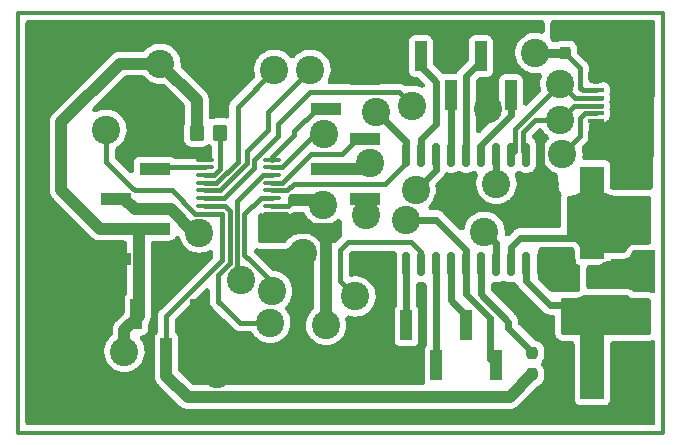
<source format=gbr>
%TF.GenerationSoftware,KiCad,Pcbnew,(5.99.0-8944-g488cfb9ec7)*%
%TF.CreationDate,2021-08-17T17:34:34+02:00*%
%TF.ProjectId,usb_sdloader,7573625f-7364-46c6-9f61-6465722e6b69,rev?*%
%TF.SameCoordinates,Original*%
%TF.FileFunction,Copper,L2,Bot*%
%TF.FilePolarity,Positive*%
%FSLAX46Y46*%
G04 Gerber Fmt 4.6, Leading zero omitted, Abs format (unit mm)*
G04 Created by KiCad (PCBNEW (5.99.0-8944-g488cfb9ec7)) date 2021-08-17 17:34:34*
%MOMM*%
%LPD*%
G01*
G04 APERTURE LIST*
G04 Aperture macros list*
%AMRoundRect*
0 Rectangle with rounded corners*
0 $1 Rounding radius*
0 $2 $3 $4 $5 $6 $7 $8 $9 X,Y pos of 4 corners*
0 Add a 4 corners polygon primitive as box body*
4,1,4,$2,$3,$4,$5,$6,$7,$8,$9,$2,$3,0*
0 Add four circle primitives for the rounded corners*
1,1,$1+$1,$2,$3*
1,1,$1+$1,$4,$5*
1,1,$1+$1,$6,$7*
1,1,$1+$1,$8,$9*
0 Add four rect primitives between the rounded corners*
20,1,$1+$1,$2,$3,$4,$5,0*
20,1,$1+$1,$4,$5,$6,$7,0*
20,1,$1+$1,$6,$7,$8,$9,0*
20,1,$1+$1,$8,$9,$2,$3,0*%
G04 Aperture macros list end*
%TA.AperFunction,Profile*%
%ADD10C,0.300000*%
%TD*%
%TA.AperFunction,SMDPad,CuDef*%
%ADD11R,1.900000X1.200000*%
%TD*%
%TA.AperFunction,ComponentPad*%
%ADD12O,1.900000X1.200000*%
%TD*%
%TA.AperFunction,SMDPad,CuDef*%
%ADD13R,1.900000X1.500000*%
%TD*%
%TA.AperFunction,ComponentPad*%
%ADD14C,1.450000*%
%TD*%
%TA.AperFunction,SMDPad,CuDef*%
%ADD15R,1.350000X0.400000*%
%TD*%
%TA.AperFunction,SMDPad,CuDef*%
%ADD16RoundRect,0.237500X0.237500X-0.300000X0.237500X0.300000X-0.237500X0.300000X-0.237500X-0.300000X0*%
%TD*%
%TA.AperFunction,SMDPad,CuDef*%
%ADD17RoundRect,0.250000X0.475000X-0.337500X0.475000X0.337500X-0.475000X0.337500X-0.475000X-0.337500X0*%
%TD*%
%TA.AperFunction,SMDPad,CuDef*%
%ADD18RoundRect,0.100000X-0.637500X-0.100000X0.637500X-0.100000X0.637500X0.100000X-0.637500X0.100000X0*%
%TD*%
%TA.AperFunction,SMDPad,CuDef*%
%ADD19RoundRect,0.150000X0.150000X-0.875000X0.150000X0.875000X-0.150000X0.875000X-0.150000X-0.875000X0*%
%TD*%
%TA.AperFunction,SMDPad,CuDef*%
%ADD20R,2.510000X1.000000*%
%TD*%
%TA.AperFunction,SMDPad,CuDef*%
%ADD21RoundRect,0.250000X-0.350000X-0.450000X0.350000X-0.450000X0.350000X0.450000X-0.350000X0.450000X0*%
%TD*%
%TA.AperFunction,SMDPad,CuDef*%
%ADD22RoundRect,0.237500X0.237500X-0.250000X0.237500X0.250000X-0.237500X0.250000X-0.237500X-0.250000X0*%
%TD*%
%TA.AperFunction,SMDPad,CuDef*%
%ADD23R,1.000000X2.510000*%
%TD*%
%TA.AperFunction,SMDPad,CuDef*%
%ADD24R,2.000000X7.875000*%
%TD*%
%TA.AperFunction,ViaPad*%
%ADD25C,2.400000*%
%TD*%
%TA.AperFunction,Conductor*%
%ADD26C,0.600000*%
%TD*%
%TA.AperFunction,Conductor*%
%ADD27C,0.800000*%
%TD*%
%TA.AperFunction,Conductor*%
%ADD28C,0.400000*%
%TD*%
%TA.AperFunction,Conductor*%
%ADD29C,1.000000*%
%TD*%
G04 APERTURE END LIST*
D10*
X107315000Y-115570000D02*
X161925000Y-115570000D01*
X161925000Y-115570000D02*
X161925000Y-151130000D01*
X161925000Y-151130000D02*
X107315000Y-151130000D01*
X107315000Y-151130000D02*
X107315000Y-115570000D01*
D11*
%TO.P,J13,6,Shield*%
%TO.N,GND2*%
X158923579Y-120557576D03*
X158923579Y-126357576D03*
D12*
X158923579Y-126957576D03*
X158923579Y-119957576D03*
D13*
X158923579Y-122457576D03*
D14*
X156223579Y-125957576D03*
D15*
%TO.P,J13,3,D+*%
%TO.N,/USB_D+*%
X156223579Y-123457576D03*
%TO.P,J13,4,ID*%
%TO.N,GND1*%
X156223579Y-124107576D03*
%TO.P,J13,5,GND*%
%TO.N,GND2*%
X156223579Y-124757576D03*
%TO.P,J13,1,VBUS*%
%TO.N,VBUS*%
X156223579Y-122157576D03*
%TO.P,J13,2,D-*%
%TO.N,/USB_D-*%
X156223579Y-122807576D03*
D14*
%TO.P,J13,6,Shield*%
%TO.N,GND2*%
X156223579Y-120957576D03*
D13*
X158923579Y-124457576D03*
%TD*%
D16*
%TO.P,C9,1*%
%TO.N,VBUS*%
X153670000Y-118972500D03*
%TO.P,C9,2*%
%TO.N,GND2*%
X153670000Y-117247500D03*
%TD*%
D17*
%TO.P,C1,1*%
%TO.N,Net-(C1-Pad1)*%
X160020000Y-140737500D03*
%TO.P,C1,2*%
%TO.N,GNDD*%
X160020000Y-138662500D03*
%TD*%
D18*
%TO.P,U5,1,SEL*%
%TO.N,/SELECT*%
X123121500Y-132577000D03*
%TO.P,U5,2,S1A*%
%TO.N,/DAT0_snif*%
X123121500Y-131927000D03*
%TO.P,U5,3,S1B*%
%TO.N,/MISO*%
X123121500Y-131277000D03*
%TO.P,U5,4,D1*%
%TO.N,/DO*%
X123121500Y-130627000D03*
%TO.P,U5,5,S2A*%
%TO.N,/DAT1_snif*%
X123121500Y-129977000D03*
%TO.P,U5,6,S2B*%
%TO.N,Net-(R7-Pad2)*%
X123121500Y-129327000D03*
%TO.P,U5,7,D2*%
%TO.N,/DAT1{slash}~IRQ*%
X123121500Y-128677000D03*
%TO.P,U5,8,GND*%
%TO.N,GNDD*%
X123121500Y-128027000D03*
%TO.P,U5,9,D3*%
%TO.N,/~CS*%
X128846500Y-128027000D03*
%TO.P,U5,10,S3B*%
%TO.N,/GPIO1*%
X128846500Y-128677000D03*
%TO.P,U5,11,S3A*%
%TO.N,/CD_snif*%
X128846500Y-129327000D03*
%TO.P,U5,12,D4*%
%TO.N,/SCLK*%
X128846500Y-129977000D03*
%TO.P,U5,13,S4B*%
%TO.N,/SCK*%
X128846500Y-130627000D03*
%TO.P,U5,14,S4A*%
%TO.N,/CLK_snif*%
X128846500Y-131277000D03*
%TO.P,U5,15,~EN*%
%TO.N,/EN*%
X128846500Y-131927000D03*
%TO.P,U5,16,VDD*%
%TO.N,+3V3*%
X128846500Y-132577000D03*
%TD*%
D17*
%TO.P,C7,1*%
%TO.N,GNDD*%
X128828800Y-136267100D03*
%TO.P,C7,2*%
%TO.N,+3V3*%
X128828800Y-134192100D03*
%TD*%
D19*
%TO.P,U1,1,VDD*%
%TO.N,+5V*%
X151612600Y-136882400D03*
%TO.P,U1,2,OSC1*%
%TO.N,Net-(C1-Pad1)*%
X150342600Y-136882400D03*
%TO.P,U1,3,OSC2*%
%TO.N,Net-(C2-Pad2)*%
X149072600Y-136882400D03*
%TO.P,U1,4,~RST*%
%TO.N,Net-(JP1-Pad1)*%
X147802600Y-136882400D03*
%TO.P,U1,5,GP0*%
%TO.N,/GPIO0*%
X146532600Y-136882400D03*
%TO.P,U1,6,GP1*%
%TO.N,/GPIO1*%
X145262600Y-136882400D03*
%TO.P,U1,7,GP2*%
%TO.N,/GPIO2*%
X143992600Y-136882400D03*
%TO.P,U1,8,GP3*%
%TO.N,/GPIO3*%
X142722600Y-136882400D03*
%TO.P,U1,9,MOSI*%
%TO.N,/MOSI*%
X141452600Y-136882400D03*
%TO.P,U1,10,GP4*%
%TO.N,/GPIO4*%
X140182600Y-136882400D03*
%TO.P,U1,11,SCK*%
%TO.N,/SCK*%
X140182600Y-127582400D03*
%TO.P,U1,12,GP5*%
%TO.N,/GPIO5*%
X141452600Y-127582400D03*
%TO.P,U1,13,MISO*%
%TO.N,/MISO*%
X142722600Y-127582400D03*
%TO.P,U1,14,GP6*%
%TO.N,/GPIO6*%
X143992600Y-127582400D03*
%TO.P,U1,15,GP7*%
%TO.N,/GPIO7*%
X145262600Y-127582400D03*
%TO.P,U1,16,GP8*%
%TO.N,/GPIO8*%
X146532600Y-127582400D03*
%TO.P,U1,17,Vusb*%
%TO.N,Net-(C5-Pad2)*%
X147802600Y-127582400D03*
%TO.P,U1,18,D-*%
%TO.N,/USB_D-*%
X149072600Y-127582400D03*
%TO.P,U1,19,D+*%
%TO.N,/USB_D+*%
X150342600Y-127582400D03*
%TO.P,U1,20,VSS*%
%TO.N,GNDD*%
X151612600Y-127582400D03*
%TD*%
D20*
%TO.P,J14,1,Pin_1*%
%TO.N,GNDD*%
X136681400Y-121158000D03*
%TO.P,J14,2,Pin_2*%
%TO.N,/~CS*%
X133371400Y-123698000D03*
%TO.P,J14,3,Pin_3*%
%TO.N,/SCLK*%
X136681400Y-126238000D03*
%TO.P,J14,4,Pin_4*%
%TO.N,/DO*%
X133371400Y-128778000D03*
%TO.P,J14,5,Pin_5*%
%TO.N,/DI*%
X136681400Y-131318000D03*
%TO.P,J14,6,Pin_6*%
%TO.N,+3V3*%
X133371400Y-133858000D03*
%TO.P,J14,7,Pin_7*%
%TO.N,GNDD*%
X136681400Y-136398000D03*
%TD*%
D21*
%TO.P,R7,1*%
%TO.N,+3V3*%
X122460000Y-125730000D03*
%TO.P,R7,2*%
%TO.N,Net-(R7-Pad2)*%
X124460000Y-125730000D03*
%TD*%
D22*
%TO.P,R9,1*%
%TO.N,+3V3*%
X130699495Y-133263145D03*
%TO.P,R9,2*%
%TO.N,/EN*%
X130699495Y-131438145D03*
%TD*%
D20*
%TO.P,J15,1,Pin_1*%
%TO.N,/DAT1{slash}~IRQ*%
X118901400Y-128778000D03*
%TO.P,J15,2,Pin_2*%
%TO.N,/DAT2*%
X115591400Y-131318000D03*
%TO.P,J15,3,Pin_3*%
%TO.N,+3V3*%
X118901400Y-133858000D03*
%TO.P,J15,4,Pin_4*%
%TO.N,GNDD*%
X115591400Y-136398000D03*
%TD*%
D23*
%TO.P,J1,1,Pin_1*%
%TO.N,/GPIO4*%
X140208000Y-142058200D03*
%TO.P,J1,2,Pin_2*%
%TO.N,/GPIO3*%
X142748000Y-145368200D03*
%TO.P,J1,3,Pin_3*%
%TO.N,/GPIO2*%
X145288000Y-142058200D03*
%TO.P,J1,4,Pin_4*%
%TO.N,/GPIO1*%
X147828000Y-145368200D03*
%TD*%
D17*
%TO.P,C2,1*%
%TO.N,GNDD*%
X160020000Y-136292500D03*
%TO.P,C2,2*%
%TO.N,Net-(C2-Pad2)*%
X160020000Y-134217500D03*
%TD*%
D23*
%TO.P,JP2,1,1*%
%TO.N,+3V3*%
X117348000Y-141093000D03*
%TO.P,JP2,2,2*%
%TO.N,/SELECT*%
X119888000Y-144403000D03*
%TO.P,JP2,3,3*%
%TO.N,GNDD*%
X122428000Y-141093000D03*
%TD*%
%TO.P,J2,1,Pin_1*%
%TO.N,/GPIO8*%
X149047200Y-122559000D03*
%TO.P,J2,2,Pin_2*%
%TO.N,/GPIO7*%
X146507200Y-119249000D03*
%TO.P,J2,3,Pin_3*%
%TO.N,/GPIO6*%
X143967200Y-122559000D03*
%TO.P,J2,4,Pin_4*%
%TO.N,/GPIO5*%
X141427200Y-119249000D03*
%TD*%
D22*
%TO.P,R6,1*%
%TO.N,/SELECT*%
X150876000Y-146200500D03*
%TO.P,R6,2*%
%TO.N,/GPIO0*%
X150876000Y-144375500D03*
%TD*%
D24*
%TO.P,Y1,1,1*%
%TO.N,Net-(C2-Pad2)*%
X155956000Y-132492500D03*
%TO.P,Y1,2,2*%
%TO.N,Net-(C1-Pad1)*%
X155956000Y-144367500D03*
%TD*%
D25*
%TO.N,GNDD*%
X109855000Y-118110000D03*
%TO.N,/MISO*%
X140977998Y-130612634D03*
%TO.N,VBUS*%
X151130000Y-118984884D03*
%TO.N,GND1*%
X153416000Y-127508000D03*
%TO.N,GNDD*%
X117348000Y-122936000D03*
X120650000Y-137566400D03*
X147133918Y-123765918D03*
X151892000Y-130048000D03*
X124139747Y-146162610D03*
X157480000Y-137795000D03*
X131419600Y-135940800D03*
%TO.N,+5V*%
X153416000Y-136652000D03*
%TO.N,+3V3*%
X133400800Y-141986000D03*
X119380000Y-119888000D03*
X116332000Y-144272000D03*
%TO.N,Net-(C5-Pad2)*%
X147828000Y-130048000D03*
%TO.N,/GPIO1*%
X140208000Y-133096000D03*
X133197600Y-125831600D03*
%TO.N,/MISO*%
X140716000Y-123444000D03*
%TO.N,/MOSI*%
X135890000Y-139598400D03*
%TO.N,/SCK*%
X137668000Y-123952000D03*
%TO.N,/USB_D-*%
X153236998Y-121594000D03*
%TO.N,/USB_D+*%
X153236998Y-124644000D03*
%TO.N,/DO*%
X132080000Y-120396000D03*
X137160000Y-128320800D03*
%TO.N,/DI*%
X136775937Y-132694807D03*
%TO.N,/DAT1_snif*%
X129032000Y-120396000D03*
%TO.N,/CLK_snif*%
X128828800Y-139141200D03*
%TO.N,/CD_snif*%
X126238000Y-138176000D03*
%TO.N,/DAT0_snif*%
X128676400Y-141833600D03*
%TO.N,Net-(JP1-Pad1)*%
X146812000Y-134112000D03*
%TO.N,/SELECT*%
X114808000Y-125476000D03*
%TO.N,/EN*%
X133146800Y-131826000D03*
%TO.N,/DAT2*%
X122682000Y-134188000D03*
%TD*%
D26*
%TO.N,/MISO*%
X142722600Y-127582400D02*
X142722600Y-128868032D01*
X142722600Y-128868032D02*
X140977998Y-130612634D01*
D27*
%TO.N,VBUS*%
X153670000Y-118972500D02*
X151142384Y-118972500D01*
X151142384Y-118972500D02*
X151130000Y-118984884D01*
D26*
%TO.N,Net-(C1-Pad1)*%
X152400000Y-140335000D02*
X153670000Y-140335000D01*
X150342600Y-138277600D02*
X152400000Y-140335000D01*
X150342600Y-138277600D02*
X150342600Y-136882400D01*
X153670000Y-140335000D02*
X155956000Y-142621000D01*
X155956000Y-142621000D02*
X155956000Y-144367500D01*
D28*
%TO.N,GND1*%
X154940000Y-125984000D02*
X153416000Y-127508000D01*
X154940000Y-125506173D02*
X154940000Y-125984000D01*
%TO.N,VBUS*%
X154940000Y-120242500D02*
X153670000Y-118972500D01*
X156223579Y-122157576D02*
X155177576Y-122157576D01*
X155177576Y-122157576D02*
X154940000Y-121920000D01*
X154940000Y-121920000D02*
X154940000Y-120242500D01*
%TO.N,GND1*%
X154940000Y-124460000D02*
X154940000Y-125506173D01*
X156223579Y-124107576D02*
X155292424Y-124107576D01*
X155292424Y-124107576D02*
X154940000Y-124460000D01*
%TO.N,/USB_D+*%
X154420526Y-123460472D02*
X153236998Y-124644000D01*
X156652500Y-123460472D02*
X154420526Y-123460472D01*
%TO.N,/USB_D-*%
X154453470Y-122810472D02*
X153236998Y-121594000D01*
X156652500Y-122810472D02*
X154453470Y-122810472D01*
D26*
%TO.N,GNDD*%
X151612600Y-127582400D02*
X151612600Y-129768600D01*
X151612600Y-129768600D02*
X151892000Y-130048000D01*
%TO.N,Net-(C2-Pad2)*%
X149072600Y-135407400D02*
X149072600Y-136882400D01*
X155448000Y-134620000D02*
X149860000Y-134620000D01*
X149860000Y-134620000D02*
X149072600Y-135407400D01*
X155956000Y-131222500D02*
X155956000Y-134112000D01*
X155956000Y-134112000D02*
X155448000Y-134620000D01*
D28*
%TO.N,+3V3*%
X128846500Y-132577000D02*
X128846500Y-134174400D01*
D27*
X117602000Y-133858000D02*
X114300000Y-133858000D01*
D29*
X115976400Y-119888000D02*
X110998000Y-124866400D01*
X119380000Y-119888000D02*
X115976400Y-119888000D01*
X133371400Y-141956600D02*
X133400800Y-141986000D01*
D28*
X128846500Y-132577000D02*
X130013350Y-132577000D01*
D27*
X133371400Y-133858000D02*
X131294350Y-133858000D01*
D29*
X117602000Y-133858000D02*
X117546411Y-133913589D01*
D28*
X130013350Y-132577000D02*
X130699495Y-133263145D01*
D29*
X118901400Y-133858000D02*
X114300000Y-133858000D01*
X122460000Y-125730000D02*
X122460000Y-122968000D01*
X110998000Y-130556000D02*
X110998000Y-124866400D01*
D28*
X128846500Y-134174400D02*
X128828800Y-134192100D01*
D29*
X114300000Y-133858000D02*
X110998000Y-130556000D01*
X116332000Y-142443200D02*
X116332000Y-144272000D01*
X117546411Y-141228789D02*
X116332000Y-142443200D01*
X122460000Y-122968000D02*
X119380000Y-119888000D01*
D27*
X131294350Y-133858000D02*
X130699495Y-133263145D01*
D29*
X133371400Y-133858000D02*
X133371400Y-141956600D01*
X117546411Y-133913589D02*
X117546411Y-141228789D01*
D27*
X118901400Y-133858000D02*
X117602000Y-133858000D01*
D26*
%TO.N,Net-(C5-Pad2)*%
X147802600Y-130022600D02*
X147828000Y-130048000D01*
X147802600Y-127582400D02*
X147802600Y-130022600D01*
D28*
%TO.N,/GPIO1*%
X128846500Y-128677000D02*
X129641136Y-128677000D01*
X132486536Y-125831600D02*
X133197600Y-125831600D01*
X129641136Y-128677000D02*
X132486536Y-125831600D01*
D26*
X145262600Y-136882400D02*
X145262600Y-135661400D01*
X142748000Y-133096000D02*
X140208000Y-133096000D01*
X147320000Y-141435180D02*
X147320000Y-144860200D01*
X145288000Y-135636000D02*
X142748000Y-133096000D01*
X147320000Y-144860200D02*
X147828000Y-145368200D01*
X145262600Y-135661400D02*
X145288000Y-135636000D01*
X145262600Y-136882400D02*
X145262600Y-139377780D01*
X145262600Y-139377780D02*
X147320000Y-141435180D01*
%TO.N,/GPIO3*%
X142722600Y-145342800D02*
X142748000Y-145368200D01*
X142722600Y-136882400D02*
X142722600Y-145342800D01*
%TO.N,/GPIO2*%
X143992600Y-136882400D02*
X143992600Y-139928600D01*
X143992600Y-139928600D02*
X145288000Y-141224000D01*
X145288000Y-141224000D02*
X145288000Y-142058200D01*
%TO.N,/GPIO4*%
X140182600Y-136882400D02*
X140182600Y-142032800D01*
X140182600Y-142032800D02*
X140208000Y-142058200D01*
%TO.N,/GPIO5*%
X142748000Y-124968000D02*
X142748000Y-121412000D01*
X141452600Y-126263400D02*
X142748000Y-124968000D01*
X142748000Y-121412000D02*
X141427200Y-120091200D01*
X141452600Y-127582400D02*
X141452600Y-126263400D01*
X142748000Y-121412000D02*
X141732000Y-120396000D01*
X141427200Y-120091200D02*
X141427200Y-119249000D01*
%TO.N,/GPIO7*%
X145262600Y-122961400D02*
X145262600Y-120929400D01*
X145262600Y-120929400D02*
X146507200Y-119684800D01*
X145262600Y-127582400D02*
X145262600Y-122961400D01*
X145262600Y-122961400D02*
X145262600Y-122453400D01*
X146507200Y-119684800D02*
X146507200Y-119249000D01*
D28*
%TO.N,/GPIO6*%
X143967200Y-122559000D02*
X143967200Y-124663200D01*
D26*
X143992600Y-124688600D02*
X143992600Y-123803600D01*
X143992600Y-127582400D02*
X143992600Y-122584400D01*
D28*
X143967200Y-124663200D02*
X143992600Y-124688600D01*
D26*
X143992600Y-122584400D02*
X143967200Y-122559000D01*
X143992600Y-127582400D02*
X143992600Y-124688600D01*
%TO.N,/GPIO8*%
X146532600Y-126771400D02*
X149047200Y-124256800D01*
X149047200Y-124256800D02*
X149047200Y-123778200D01*
X149047200Y-124256800D02*
X149047200Y-122559000D01*
X146532600Y-127582400D02*
X146532600Y-126771400D01*
D28*
%TO.N,/MISO*%
X129368017Y-125984000D02*
X129368017Y-124968000D01*
X127304800Y-128047218D02*
X129368017Y-125984000D01*
X123121500Y-131277000D02*
X124755000Y-131277000D01*
X135737600Y-122326400D02*
X139598400Y-122326400D01*
X135737600Y-122326400D02*
X137769600Y-122326400D01*
X139598400Y-122326400D02*
X140716000Y-123444000D01*
X124755000Y-131277000D02*
X127304800Y-128727200D01*
X127304800Y-128727200D02*
X127304800Y-128047218D01*
X138074400Y-122326400D02*
X137769600Y-122326400D01*
X132009617Y-122326400D02*
X135737600Y-122326400D01*
X137769600Y-122326400D02*
X137261600Y-122326400D01*
X129368017Y-124968000D02*
X132009617Y-122326400D01*
%TO.N,/MOSI*%
X141452600Y-136882400D02*
X141452600Y-135857400D01*
X140621600Y-135026400D02*
X135229600Y-135026400D01*
X134620000Y-138328400D02*
X135890000Y-139598400D01*
X141452600Y-135857400D02*
X140621600Y-135026400D01*
X135229600Y-135026400D02*
X134620000Y-135636000D01*
X134620000Y-135636000D02*
X134620000Y-138328400D01*
%TO.N,/SCK*%
X130649750Y-130098800D02*
X138379200Y-130098800D01*
X140182600Y-128295400D02*
X140182600Y-127582400D01*
X138379200Y-130098800D02*
X140182600Y-128295400D01*
X130121550Y-130627000D02*
X130649750Y-130098800D01*
D26*
X137668000Y-123952000D02*
X140182600Y-126466600D01*
X140182600Y-126466600D02*
X140182600Y-127582400D01*
D28*
X128846500Y-130627000D02*
X130121550Y-130627000D01*
%TO.N,/USB_D-*%
X149382600Y-125448398D02*
X149382600Y-127272400D01*
X153236998Y-121594000D02*
X149382600Y-125448398D01*
X149382600Y-127272400D02*
X149072600Y-127582400D01*
%TO.N,/USB_D+*%
X150032600Y-127272400D02*
X150342600Y-127582400D01*
X150032600Y-125717637D02*
X150032600Y-127272400D01*
X153236998Y-124644000D02*
X151106237Y-124644000D01*
X151106237Y-124644000D02*
X150032600Y-125717637D01*
%TO.N,/DO*%
X128016000Y-125984000D02*
X128524000Y-125476000D01*
X126704780Y-127295220D02*
X128016000Y-125984000D01*
X126704780Y-128311220D02*
X126704780Y-127295220D01*
X123121500Y-130627000D02*
X124389000Y-130627000D01*
X126492000Y-128524000D02*
X126704780Y-128311220D01*
X128524000Y-123952000D02*
X132080000Y-120396000D01*
D29*
X137160000Y-128320800D02*
X136702800Y-128778000D01*
D28*
X124389000Y-130627000D02*
X126492000Y-128524000D01*
D29*
X136702800Y-128778000D02*
X133371400Y-128778000D01*
D28*
X128524000Y-125476000D02*
X128524000Y-123952000D01*
%TO.N,/~CS*%
X130708400Y-125628400D02*
X132638800Y-123698000D01*
X132638800Y-123698000D02*
X133371400Y-123698000D01*
X130708400Y-125952783D02*
X130708400Y-125628400D01*
X128846500Y-127814683D02*
X130708400Y-125952783D01*
X128846500Y-128027000D02*
X128846500Y-127814683D01*
%TO.N,/SCLK*%
X135991600Y-126238000D02*
X134721600Y-127508000D01*
X132110136Y-127508000D02*
X129641136Y-129977000D01*
X136681400Y-126238000D02*
X135991600Y-126238000D01*
X134721600Y-127508000D02*
X132110136Y-127508000D01*
X134721600Y-127508000D02*
X133756400Y-127508000D01*
X129641136Y-129977000D02*
X128846500Y-129977000D01*
%TO.N,/DAT1{slash}~IRQ*%
X123121500Y-128677000D02*
X119358000Y-128677000D01*
%TO.N,/DAT1_snif*%
X125902846Y-128188846D02*
X125902846Y-124378846D01*
X125902846Y-123525154D02*
X129032000Y-120396000D01*
X125902846Y-124378846D02*
X125902846Y-124033154D01*
X123121500Y-129977000D02*
X124114692Y-129977000D01*
X125902846Y-124378846D02*
X125902846Y-123525154D01*
X124114692Y-129977000D02*
X125902846Y-128188846D01*
%TO.N,/CLK_snif*%
X126492000Y-135382000D02*
X126492000Y-132638308D01*
X127015609Y-136585591D02*
X128828800Y-138398783D01*
X126492000Y-136061982D02*
X127015609Y-136585591D01*
X128828800Y-138398783D02*
X128828800Y-139141200D01*
X126492000Y-135382000D02*
X126492000Y-135636000D01*
X126492000Y-135382000D02*
X126492000Y-136061982D01*
X126796800Y-136366783D02*
X127015609Y-136585591D01*
X126492000Y-132638308D02*
X127853308Y-131277000D01*
X126492000Y-133604000D02*
X126492000Y-132638308D01*
X127853308Y-131277000D02*
X128846500Y-131277000D01*
%TO.N,/CD_snif*%
X127343232Y-130035632D02*
X125891980Y-131486884D01*
X125891980Y-137829980D02*
X126238000Y-138176000D01*
X128846500Y-129327000D02*
X128051864Y-129327000D01*
X125891980Y-131486884D02*
X125891980Y-137829980D01*
X128051864Y-129327000D02*
X127343232Y-130035632D01*
%TO.N,/DAT0_snif*%
X125272800Y-132384800D02*
X125272800Y-136753222D01*
X124282011Y-140030011D02*
X124510800Y-140258800D01*
X125272800Y-136753222D02*
X124282011Y-137744011D01*
X124510800Y-140258800D02*
X126085600Y-141833600D01*
X124282011Y-137744011D02*
X124282011Y-140030011D01*
X123121500Y-131927000D02*
X124815000Y-131927000D01*
X126085600Y-141833600D02*
X128676400Y-141833600D01*
X124815000Y-131927000D02*
X125272800Y-132384800D01*
D26*
%TO.N,Net-(JP1-Pad1)*%
X147802600Y-135102600D02*
X146812000Y-134112000D01*
X147802600Y-136882400D02*
X147802600Y-135102600D01*
D28*
%TO.N,/SELECT*%
X123121500Y-132577000D02*
X124499800Y-132577000D01*
D29*
X121688011Y-148104011D02*
X148972489Y-148104011D01*
D28*
X114808000Y-128188122D02*
X114808000Y-125476000D01*
X119888000Y-141224000D02*
X119888000Y-142240000D01*
X120376396Y-130626532D02*
X117246411Y-130626532D01*
X119888000Y-141224000D02*
X119888000Y-144403000D01*
X117007939Y-130388061D02*
X114808000Y-128188122D01*
D29*
X148972489Y-148104011D02*
X150876000Y-146200500D01*
D28*
X114808000Y-128188122D02*
X114808000Y-127508000D01*
X122326864Y-132577000D02*
X120376396Y-130626532D01*
X123121500Y-132577000D02*
X122693000Y-132577000D01*
X123121500Y-132577000D02*
X122326864Y-132577000D01*
X124561600Y-135534400D02*
X124561600Y-136550400D01*
X122682000Y-132588000D02*
X122693000Y-132577000D01*
D29*
X119888000Y-146304000D02*
X121688011Y-148104011D01*
D28*
X124561600Y-132638800D02*
X124561600Y-135534400D01*
D29*
X119888000Y-144403000D02*
X119888000Y-145288000D01*
D28*
X124561600Y-136550400D02*
X119888000Y-141224000D01*
X124499800Y-132577000D02*
X124561600Y-132638800D01*
D29*
X119888000Y-144403000D02*
X119888000Y-146304000D01*
D28*
X117246411Y-130626532D02*
X117007939Y-130388061D01*
D26*
%TO.N,/GPIO0*%
X148844000Y-141732000D02*
X146532600Y-139420600D01*
X146532600Y-139420600D02*
X146532600Y-136882400D01*
X150368000Y-143764000D02*
X148844000Y-142240000D01*
X150876000Y-144272000D02*
X148844000Y-142240000D01*
X150876000Y-144375500D02*
X150876000Y-144272000D01*
X148844000Y-142240000D02*
X148844000Y-141732000D01*
D29*
%TO.N,/EN*%
X132758945Y-131438145D02*
X133146800Y-131826000D01*
D28*
X132742300Y-131421500D02*
X133146800Y-131826000D01*
X128846500Y-131927000D02*
X130194824Y-131927000D01*
D29*
X130699495Y-131438145D02*
X132758945Y-131438145D01*
D28*
X130194824Y-131927000D02*
X130700324Y-131421500D01*
D29*
%TO.N,/DAT2*%
X120290820Y-132232400D02*
X122246420Y-134188000D01*
X117195600Y-132232400D02*
X120290820Y-132232400D01*
D28*
X115570000Y-131339400D02*
X115591400Y-131318000D01*
D29*
X116281200Y-131318000D02*
X117195600Y-132232400D01*
X115591400Y-131318000D02*
X116281200Y-131318000D01*
X122246420Y-134188000D02*
X122682000Y-134188000D01*
D28*
%TO.N,Net-(R7-Pad2)*%
X123916136Y-129327000D02*
X124460000Y-128783136D01*
X124460000Y-128783136D02*
X124460000Y-125730000D01*
X123121500Y-129327000D02*
X123916136Y-129327000D01*
%TD*%
%TA.AperFunction,Conductor*%
%TO.N,GNDD*%
G36*
X151746288Y-116223954D02*
G01*
X151827070Y-116277930D01*
X151881046Y-116358712D01*
X151900000Y-116454000D01*
X151900000Y-117106108D01*
X151881046Y-117201396D01*
X151827070Y-117282178D01*
X151746288Y-117336154D01*
X151651000Y-117355108D01*
X151582160Y-117345403D01*
X151475854Y-117314819D01*
X151466469Y-117313608D01*
X151466467Y-117313608D01*
X151228642Y-117282931D01*
X151228638Y-117282931D01*
X151219259Y-117281721D01*
X151151507Y-117283318D01*
X150970057Y-117287594D01*
X150970052Y-117287594D01*
X150960610Y-117287817D01*
X150705859Y-117332965D01*
X150460869Y-117416128D01*
X150452480Y-117420486D01*
X150452477Y-117420487D01*
X150362434Y-117467261D01*
X150231277Y-117535392D01*
X150223635Y-117540975D01*
X150036141Y-117677949D01*
X150022366Y-117688012D01*
X149838945Y-117870475D01*
X149833329Y-117878079D01*
X149833326Y-117878082D01*
X149754209Y-117985199D01*
X149685234Y-118078584D01*
X149680832Y-118086951D01*
X149600771Y-118239121D01*
X149564769Y-118307548D01*
X149561685Y-118316480D01*
X149561683Y-118316484D01*
X149491757Y-118518994D01*
X149480325Y-118552100D01*
X149433843Y-118806611D01*
X149426393Y-119065224D01*
X149427553Y-119074602D01*
X149427553Y-119074606D01*
X149454093Y-119289201D01*
X149458148Y-119321989D01*
X149528375Y-119570996D01*
X149591710Y-119710293D01*
X149599579Y-119727600D01*
X149635459Y-119806515D01*
X149776936Y-120023127D01*
X149783248Y-120030175D01*
X149783251Y-120030178D01*
X149899203Y-120159635D01*
X149949550Y-120215846D01*
X150149329Y-120380238D01*
X150200291Y-120410557D01*
X150363544Y-120507683D01*
X150363548Y-120507685D01*
X150371675Y-120512520D01*
X150611472Y-120609648D01*
X150620664Y-120611829D01*
X150620666Y-120611830D01*
X150737337Y-120639517D01*
X150863201Y-120669386D01*
X150872619Y-120670152D01*
X150872625Y-120670153D01*
X151111634Y-120689594D01*
X151111641Y-120689594D01*
X151121070Y-120690361D01*
X151372157Y-120672583D01*
X151372161Y-120672583D01*
X151379145Y-120672088D01*
X151379205Y-120672933D01*
X151468241Y-120677366D01*
X151556041Y-120718963D01*
X151621239Y-120790993D01*
X151653909Y-120882490D01*
X151649078Y-120979525D01*
X151642944Y-121000135D01*
X151614528Y-121082430D01*
X151587323Y-121161216D01*
X151540841Y-121415727D01*
X151535709Y-121593874D01*
X151533823Y-121659360D01*
X151533391Y-121674340D01*
X151534551Y-121683718D01*
X151534551Y-121683722D01*
X151563985Y-121921719D01*
X151565146Y-121931105D01*
X151601227Y-122059040D01*
X151608850Y-122155891D01*
X151578828Y-122248291D01*
X151537646Y-122302695D01*
X150477770Y-123362571D01*
X150396988Y-123416547D01*
X150301700Y-123435501D01*
X150206412Y-123416547D01*
X150125630Y-123362571D01*
X150071654Y-123281789D01*
X150052700Y-123186501D01*
X150052700Y-121304000D01*
X150051224Y-121283354D01*
X150048507Y-121245372D01*
X150047555Y-121232060D01*
X150007019Y-121094008D01*
X149978924Y-121050291D01*
X149938859Y-120987949D01*
X149938858Y-120987948D01*
X149929231Y-120972968D01*
X149820494Y-120878746D01*
X149804291Y-120871346D01*
X149804289Y-120871345D01*
X149742334Y-120843052D01*
X149689616Y-120818976D01*
X149609137Y-120807405D01*
X149556001Y-120799765D01*
X149555996Y-120799765D01*
X149547200Y-120798500D01*
X148547200Y-120798500D01*
X148542774Y-120798817D01*
X148542761Y-120798817D01*
X148493488Y-120802341D01*
X148475260Y-120803645D01*
X148462456Y-120807405D01*
X148462454Y-120807405D01*
X148431872Y-120816385D01*
X148337208Y-120844181D01*
X148322225Y-120853810D01*
X148238754Y-120907454D01*
X148216168Y-120921969D01*
X148121946Y-121030706D01*
X148114546Y-121046909D01*
X148114545Y-121046911D01*
X148099879Y-121079025D01*
X148062176Y-121161584D01*
X148059642Y-121179210D01*
X148043974Y-121288187D01*
X148041700Y-121304000D01*
X148041700Y-123814000D01*
X148042017Y-123818426D01*
X148042017Y-123818439D01*
X148042355Y-123823163D01*
X148046845Y-123885940D01*
X148050604Y-123898743D01*
X148050606Y-123898752D01*
X148059501Y-123929045D01*
X148068160Y-124025813D01*
X148039129Y-124118529D01*
X147996657Y-124175265D01*
X146488170Y-125683752D01*
X146407388Y-125737728D01*
X146312100Y-125756682D01*
X146216812Y-125737728D01*
X146136030Y-125683752D01*
X146082054Y-125602970D01*
X146063100Y-125507682D01*
X146063100Y-121364118D01*
X146082054Y-121268830D01*
X146136030Y-121188048D01*
X146241648Y-121082430D01*
X146322430Y-121028454D01*
X146417718Y-121009500D01*
X147007200Y-121009500D01*
X147011626Y-121009183D01*
X147011639Y-121009183D01*
X147060912Y-121005659D01*
X147079140Y-121004355D01*
X147091944Y-121000595D01*
X147091946Y-121000595D01*
X147135013Y-120987949D01*
X147217192Y-120963819D01*
X147289127Y-120917589D01*
X147323251Y-120895659D01*
X147323252Y-120895658D01*
X147338232Y-120886031D01*
X147432454Y-120777294D01*
X147452635Y-120733105D01*
X147472155Y-120690361D01*
X147492224Y-120646416D01*
X147507966Y-120536927D01*
X147511435Y-120512801D01*
X147511435Y-120512796D01*
X147512700Y-120504000D01*
X147512700Y-117994000D01*
X147507555Y-117922060D01*
X147467019Y-117784008D01*
X147457390Y-117769025D01*
X147398859Y-117677949D01*
X147398858Y-117677948D01*
X147389231Y-117662968D01*
X147280494Y-117568746D01*
X147264291Y-117561346D01*
X147264289Y-117561345D01*
X147197912Y-117531032D01*
X147149616Y-117508976D01*
X147069137Y-117497405D01*
X147016001Y-117489765D01*
X147015996Y-117489765D01*
X147007200Y-117488500D01*
X146007200Y-117488500D01*
X146002774Y-117488817D01*
X146002761Y-117488817D01*
X145953488Y-117492341D01*
X145935260Y-117493645D01*
X145922456Y-117497405D01*
X145922454Y-117497405D01*
X145891872Y-117506385D01*
X145797208Y-117534181D01*
X145676168Y-117611969D01*
X145581946Y-117720706D01*
X145522176Y-117851584D01*
X145501700Y-117994000D01*
X145501700Y-119455082D01*
X145482746Y-119550370D01*
X145428770Y-119631152D01*
X144699081Y-120360841D01*
X144697227Y-120362675D01*
X144656544Y-120402515D01*
X144638382Y-120420300D01*
X144618538Y-120451093D01*
X144603838Y-120471549D01*
X144580991Y-120500168D01*
X144569845Y-120523225D01*
X144554974Y-120549724D01*
X144541104Y-120571246D01*
X144536344Y-120584325D01*
X144536342Y-120584328D01*
X144528574Y-120605670D01*
X144518775Y-120628867D01*
X144504757Y-120657867D01*
X144446223Y-120735407D01*
X144362471Y-120784647D01*
X144280575Y-120798500D01*
X143467200Y-120798500D01*
X143462774Y-120798817D01*
X143462761Y-120798817D01*
X143395260Y-120803645D01*
X143395012Y-120800177D01*
X143322926Y-120798906D01*
X143233836Y-120760149D01*
X143199733Y-120731655D01*
X142505630Y-120037552D01*
X142451654Y-119956770D01*
X142432700Y-119861482D01*
X142432700Y-117994000D01*
X142427555Y-117922060D01*
X142387019Y-117784008D01*
X142377390Y-117769025D01*
X142318859Y-117677949D01*
X142318858Y-117677948D01*
X142309231Y-117662968D01*
X142200494Y-117568746D01*
X142184291Y-117561346D01*
X142184289Y-117561345D01*
X142117912Y-117531032D01*
X142069616Y-117508976D01*
X141989137Y-117497405D01*
X141936001Y-117489765D01*
X141935996Y-117489765D01*
X141927200Y-117488500D01*
X140927200Y-117488500D01*
X140922774Y-117488817D01*
X140922761Y-117488817D01*
X140873488Y-117492341D01*
X140855260Y-117493645D01*
X140842456Y-117497405D01*
X140842454Y-117497405D01*
X140811872Y-117506385D01*
X140717208Y-117534181D01*
X140596168Y-117611969D01*
X140501946Y-117720706D01*
X140442176Y-117851584D01*
X140421700Y-117994000D01*
X140421700Y-120504000D01*
X140426845Y-120575940D01*
X140430605Y-120588744D01*
X140430605Y-120588746D01*
X140436743Y-120609648D01*
X140467381Y-120713992D01*
X140477010Y-120728975D01*
X140497649Y-120761089D01*
X140545169Y-120835032D01*
X140653906Y-120929254D01*
X140670109Y-120936654D01*
X140670111Y-120936655D01*
X140729593Y-120963819D01*
X140784784Y-120989024D01*
X140842329Y-120997298D01*
X140918399Y-121008235D01*
X140918404Y-121008235D01*
X140927200Y-121009500D01*
X141110282Y-121009500D01*
X141205570Y-121028454D01*
X141286352Y-121082430D01*
X141695415Y-121491493D01*
X141749391Y-121572275D01*
X141768345Y-121667563D01*
X141749391Y-121762851D01*
X141695415Y-121843633D01*
X141614633Y-121897609D01*
X141519345Y-121916563D01*
X141415099Y-121893691D01*
X141400325Y-121886880D01*
X141310490Y-121845466D01*
X141061854Y-121773935D01*
X141052469Y-121772724D01*
X141052467Y-121772724D01*
X140814642Y-121742047D01*
X140814638Y-121742047D01*
X140805259Y-121740837D01*
X140737507Y-121742434D01*
X140556057Y-121746710D01*
X140556052Y-121746710D01*
X140546610Y-121746933D01*
X140291859Y-121792081D01*
X140282899Y-121795122D01*
X140282897Y-121795123D01*
X140252704Y-121805372D01*
X140156380Y-121818054D01*
X140062536Y-121792909D01*
X140029480Y-121773301D01*
X140021460Y-121767664D01*
X140011006Y-121759900D01*
X139975683Y-121732204D01*
X139975678Y-121732201D01*
X139963868Y-121722941D01*
X139950186Y-121716763D01*
X139949111Y-121716112D01*
X139947215Y-121714873D01*
X139945210Y-121713885D01*
X139944070Y-121713274D01*
X139931785Y-121704640D01*
X139875970Y-121682879D01*
X139863968Y-121677834D01*
X139809374Y-121653183D01*
X139794611Y-121650447D01*
X139793398Y-121650067D01*
X139791273Y-121649321D01*
X139789055Y-121648831D01*
X139787838Y-121648519D01*
X139773851Y-121643065D01*
X139714470Y-121635247D01*
X139701599Y-121633208D01*
X139691017Y-121631247D01*
X139642698Y-121622292D01*
X139627712Y-121623156D01*
X139627710Y-121623156D01*
X139587288Y-121625487D01*
X139572954Y-121625900D01*
X133769331Y-121625900D01*
X133674043Y-121606946D01*
X133593261Y-121552970D01*
X133539285Y-121472188D01*
X133520331Y-121376900D01*
X133539285Y-121281612D01*
X133556405Y-121249583D01*
X133555961Y-121249333D01*
X133560598Y-121241104D01*
X133565855Y-121233236D01*
X133675400Y-120998851D01*
X133748231Y-120750593D01*
X133752480Y-120718963D01*
X133767696Y-120605670D01*
X133782672Y-120494175D01*
X133785500Y-120396000D01*
X133782826Y-120360841D01*
X133766593Y-120147447D01*
X133766592Y-120147443D01*
X133765876Y-120138025D01*
X133707457Y-119885986D01*
X133611586Y-119645684D01*
X133480470Y-119422648D01*
X133317126Y-119222011D01*
X133125313Y-119048391D01*
X132909445Y-118905781D01*
X132674490Y-118797466D01*
X132425854Y-118725935D01*
X132416469Y-118724724D01*
X132416467Y-118724724D01*
X132178642Y-118694047D01*
X132178638Y-118694047D01*
X132169259Y-118692837D01*
X132101507Y-118694434D01*
X131920057Y-118698710D01*
X131920052Y-118698710D01*
X131910610Y-118698933D01*
X131655859Y-118744081D01*
X131410869Y-118827244D01*
X131402480Y-118831602D01*
X131402477Y-118831603D01*
X131363558Y-118851820D01*
X131181277Y-118946508D01*
X131173635Y-118952091D01*
X131011500Y-119070539D01*
X130972366Y-119099128D01*
X130788945Y-119281591D01*
X130783325Y-119289199D01*
X130783324Y-119289201D01*
X130755467Y-119326916D01*
X130683608Y-119392302D01*
X130592197Y-119425212D01*
X130495150Y-119420635D01*
X130407241Y-119379268D01*
X130362080Y-119336186D01*
X130275102Y-119229351D01*
X130275100Y-119229349D01*
X130269126Y-119222011D01*
X130077313Y-119048391D01*
X129861445Y-118905781D01*
X129626490Y-118797466D01*
X129377854Y-118725935D01*
X129368469Y-118724724D01*
X129368467Y-118724724D01*
X129130642Y-118694047D01*
X129130638Y-118694047D01*
X129121259Y-118692837D01*
X129053507Y-118694434D01*
X128872057Y-118698710D01*
X128872052Y-118698710D01*
X128862610Y-118698933D01*
X128607859Y-118744081D01*
X128362869Y-118827244D01*
X128354480Y-118831602D01*
X128354477Y-118831603D01*
X128315558Y-118851820D01*
X128133277Y-118946508D01*
X128125635Y-118952091D01*
X127963500Y-119070539D01*
X127924366Y-119099128D01*
X127740945Y-119281591D01*
X127735329Y-119289195D01*
X127735326Y-119289198D01*
X127676228Y-119369211D01*
X127587234Y-119489700D01*
X127466769Y-119718664D01*
X127463685Y-119727596D01*
X127463683Y-119727600D01*
X127405813Y-119895194D01*
X127382325Y-119963216D01*
X127335843Y-120217727D01*
X127331022Y-120385071D01*
X127329121Y-120451084D01*
X127328393Y-120476340D01*
X127329553Y-120485718D01*
X127329553Y-120485722D01*
X127355671Y-120696904D01*
X127360148Y-120733105D01*
X127396229Y-120861040D01*
X127403852Y-120957891D01*
X127373830Y-121050291D01*
X127332648Y-121104695D01*
X125429233Y-123008110D01*
X125416849Y-123019678D01*
X125378557Y-123053082D01*
X125369926Y-123065363D01*
X125369922Y-123065367D01*
X125344113Y-123102089D01*
X125336346Y-123112548D01*
X125308650Y-123147871D01*
X125308647Y-123147876D01*
X125299387Y-123159686D01*
X125293209Y-123173368D01*
X125292558Y-123174443D01*
X125291319Y-123176339D01*
X125290331Y-123178344D01*
X125289720Y-123179484D01*
X125281086Y-123191769D01*
X125275632Y-123205758D01*
X125259325Y-123247584D01*
X125254280Y-123259586D01*
X125229629Y-123314180D01*
X125226893Y-123328943D01*
X125226513Y-123330156D01*
X125225767Y-123332281D01*
X125225277Y-123334499D01*
X125224965Y-123335716D01*
X125219511Y-123349703D01*
X125214170Y-123390273D01*
X125211693Y-123409084D01*
X125209654Y-123421955D01*
X125198738Y-123480856D01*
X125199602Y-123495842D01*
X125199602Y-123495844D01*
X125201933Y-123536266D01*
X125202346Y-123550600D01*
X125202346Y-124287304D01*
X125183392Y-124382592D01*
X125129416Y-124463374D01*
X125048634Y-124517350D01*
X124953346Y-124536304D01*
X124931221Y-124535318D01*
X124889447Y-124531590D01*
X124871540Y-124529992D01*
X124871536Y-124529992D01*
X124866025Y-124529500D01*
X124067113Y-124529500D01*
X123936197Y-124544763D01*
X123922597Y-124549699D01*
X123922595Y-124549700D01*
X123794458Y-124596211D01*
X123698421Y-124610906D01*
X123604071Y-124587731D01*
X123525771Y-124530214D01*
X123475442Y-124447111D01*
X123460500Y-124362153D01*
X123460500Y-122980172D01*
X123460597Y-122973219D01*
X123462448Y-122906965D01*
X123462448Y-122906963D01*
X123462800Y-122894359D01*
X123453108Y-122839393D01*
X123450602Y-122821330D01*
X123446238Y-122778366D01*
X123446238Y-122778365D01*
X123444963Y-122765816D01*
X123438734Y-122745938D01*
X123431126Y-122714730D01*
X123427510Y-122694223D01*
X123406968Y-122642341D01*
X123400881Y-122625150D01*
X123387962Y-122583924D01*
X123387962Y-122583923D01*
X123384191Y-122571891D01*
X123378080Y-122560866D01*
X123378075Y-122560855D01*
X123374092Y-122553670D01*
X123360361Y-122524623D01*
X123357342Y-122516998D01*
X123357342Y-122516997D01*
X123352698Y-122505269D01*
X123322141Y-122458573D01*
X123312724Y-122442961D01*
X123291784Y-122405183D01*
X123291778Y-122405175D01*
X123285666Y-122394148D01*
X123272114Y-122378337D01*
X123252822Y-122352642D01*
X123246652Y-122343213D01*
X123246650Y-122343211D01*
X123241420Y-122335218D01*
X123234925Y-122328004D01*
X123200032Y-122293111D01*
X123187044Y-122279084D01*
X123161621Y-122249422D01*
X123161618Y-122249419D01*
X123153412Y-122239845D01*
X123143450Y-122232118D01*
X123143444Y-122232112D01*
X123136166Y-122226467D01*
X123112709Y-122205788D01*
X121147338Y-120240417D01*
X121093362Y-120159635D01*
X121074408Y-120064347D01*
X121076623Y-120031208D01*
X121082672Y-119986175D01*
X121085500Y-119888000D01*
X121084680Y-119877211D01*
X121066593Y-119639447D01*
X121066592Y-119639443D01*
X121065876Y-119630025D01*
X121007457Y-119377986D01*
X120938265Y-119204556D01*
X120915087Y-119146459D01*
X120915086Y-119146458D01*
X120911586Y-119137684D01*
X120809370Y-118963809D01*
X120785259Y-118922794D01*
X120785258Y-118922792D01*
X120780470Y-118914648D01*
X120617126Y-118714011D01*
X120425313Y-118540391D01*
X120209445Y-118397781D01*
X119974490Y-118289466D01*
X119725854Y-118217935D01*
X119716469Y-118216724D01*
X119716467Y-118216724D01*
X119478642Y-118186047D01*
X119478638Y-118186047D01*
X119469259Y-118184837D01*
X119401507Y-118186434D01*
X119220057Y-118190710D01*
X119220052Y-118190710D01*
X119210610Y-118190933D01*
X118955859Y-118236081D01*
X118710869Y-118319244D01*
X118702480Y-118323602D01*
X118702477Y-118323603D01*
X118602294Y-118375644D01*
X118481277Y-118438508D01*
X118272366Y-118591128D01*
X118088945Y-118773591D01*
X118083326Y-118781198D01*
X118083323Y-118781202D01*
X118079461Y-118786431D01*
X118007604Y-118851820D01*
X117916193Y-118884732D01*
X117879168Y-118887500D01*
X115988572Y-118887500D01*
X115981619Y-118887403D01*
X115915365Y-118885552D01*
X115915363Y-118885552D01*
X115902759Y-118885200D01*
X115847793Y-118894892D01*
X115829736Y-118897397D01*
X115803437Y-118900069D01*
X115786766Y-118901762D01*
X115786765Y-118901762D01*
X115774216Y-118903037D01*
X115754338Y-118909266D01*
X115723131Y-118916874D01*
X115702623Y-118920490D01*
X115650741Y-118941032D01*
X115633554Y-118947118D01*
X115580291Y-118963809D01*
X115569266Y-118969920D01*
X115569255Y-118969925D01*
X115562070Y-118973908D01*
X115533023Y-118987639D01*
X115513669Y-118995302D01*
X115466973Y-119025859D01*
X115451361Y-119035276D01*
X115413583Y-119056216D01*
X115413575Y-119056222D01*
X115402548Y-119062334D01*
X115386737Y-119075886D01*
X115361042Y-119095178D01*
X115343618Y-119106580D01*
X115336404Y-119113075D01*
X115301511Y-119147968D01*
X115287484Y-119160956D01*
X115257822Y-119186379D01*
X115257819Y-119186382D01*
X115248245Y-119194588D01*
X115240518Y-119204550D01*
X115240512Y-119204556D01*
X115234867Y-119211834D01*
X115214188Y-119235291D01*
X110299123Y-124150356D01*
X110294138Y-124155203D01*
X110258287Y-124189106D01*
X110236841Y-124209386D01*
X110229606Y-124219719D01*
X110229604Y-124219721D01*
X110204835Y-124255094D01*
X110193830Y-124269645D01*
X110177960Y-124289105D01*
X110158560Y-124312892D01*
X110152719Y-124324064D01*
X110152716Y-124324069D01*
X110148912Y-124331346D01*
X110132220Y-124358800D01*
X110120277Y-124375857D01*
X110115266Y-124387437D01*
X110098117Y-124427066D01*
X110090260Y-124443538D01*
X110064407Y-124492990D01*
X110060931Y-124505114D01*
X110058669Y-124513002D01*
X110047834Y-124543262D01*
X110044575Y-124550792D01*
X110044572Y-124550800D01*
X110039567Y-124562367D01*
X110036989Y-124574709D01*
X110036988Y-124574711D01*
X110028157Y-124616983D01*
X110023777Y-124634684D01*
X110008391Y-124688341D01*
X110006804Y-124708963D01*
X110006793Y-124709107D01*
X110002265Y-124740918D01*
X110001281Y-124745631D01*
X109998008Y-124761297D01*
X109997500Y-124770991D01*
X109997500Y-124820320D01*
X109996766Y-124839423D01*
X109992800Y-124890967D01*
X109994381Y-124903480D01*
X109994381Y-124903489D01*
X109995536Y-124912631D01*
X109997500Y-124943840D01*
X109997500Y-130543829D01*
X109997403Y-130550782D01*
X109995200Y-130629642D01*
X110002246Y-130669598D01*
X110004892Y-130684605D01*
X110007400Y-130702685D01*
X110011717Y-130745184D01*
X110013037Y-130758184D01*
X110018053Y-130774190D01*
X110019265Y-130778057D01*
X110026873Y-130809266D01*
X110030490Y-130829778D01*
X110051036Y-130881670D01*
X110057114Y-130898836D01*
X110073809Y-130952109D01*
X110079920Y-130963134D01*
X110079925Y-130963145D01*
X110083908Y-130970330D01*
X110097639Y-130999377D01*
X110105302Y-131018731D01*
X110135859Y-131065427D01*
X110145276Y-131081039D01*
X110166216Y-131118817D01*
X110166222Y-131118825D01*
X110172334Y-131129852D01*
X110185886Y-131145663D01*
X110205178Y-131171358D01*
X110216580Y-131188782D01*
X110223075Y-131195996D01*
X110257968Y-131230889D01*
X110270956Y-131244916D01*
X110294098Y-131271916D01*
X110304588Y-131284155D01*
X110314550Y-131291882D01*
X110314556Y-131291888D01*
X110321834Y-131297533D01*
X110345291Y-131318212D01*
X113583956Y-134556877D01*
X113588803Y-134561862D01*
X113642986Y-134619159D01*
X113653319Y-134626394D01*
X113653321Y-134626396D01*
X113688694Y-134651165D01*
X113703245Y-134662170D01*
X113728697Y-134682927D01*
X113746492Y-134697440D01*
X113757664Y-134703281D01*
X113757669Y-134703284D01*
X113764946Y-134707088D01*
X113792400Y-134723780D01*
X113809457Y-134735723D01*
X113821038Y-134740734D01*
X113821037Y-134740734D01*
X113860666Y-134757883D01*
X113877138Y-134765740D01*
X113915405Y-134785746D01*
X113915408Y-134785747D01*
X113926590Y-134791593D01*
X113938721Y-134795071D01*
X113938725Y-134795073D01*
X113946609Y-134797334D01*
X113976867Y-134808168D01*
X113984384Y-134811421D01*
X113984389Y-134811422D01*
X113995967Y-134816433D01*
X114050574Y-134827841D01*
X114068279Y-134832221D01*
X114121940Y-134847609D01*
X114134518Y-134848577D01*
X114134519Y-134848577D01*
X114142706Y-134849207D01*
X114174514Y-134853734D01*
X114185533Y-134856036D01*
X114185536Y-134856036D01*
X114194897Y-134857992D01*
X114204591Y-134858500D01*
X114253920Y-134858500D01*
X114273024Y-134859234D01*
X114324567Y-134863200D01*
X114337080Y-134861619D01*
X114337089Y-134861619D01*
X114346231Y-134860464D01*
X114377440Y-134858500D01*
X116296911Y-134858500D01*
X116392199Y-134877454D01*
X116472981Y-134931430D01*
X116526957Y-135012212D01*
X116545911Y-135107500D01*
X116545911Y-139329695D01*
X116526957Y-139424983D01*
X116485092Y-139492756D01*
X116422746Y-139564706D01*
X116415346Y-139580909D01*
X116415345Y-139580911D01*
X116410326Y-139591902D01*
X116362976Y-139695584D01*
X116360442Y-139713210D01*
X116347086Y-139806105D01*
X116342500Y-139838000D01*
X116342500Y-140914639D01*
X116323546Y-141009927D01*
X116269570Y-141090709D01*
X115633123Y-141727156D01*
X115628138Y-141732003D01*
X115591386Y-141766758D01*
X115570841Y-141786186D01*
X115563606Y-141796519D01*
X115563604Y-141796521D01*
X115538835Y-141831894D01*
X115527830Y-141846445D01*
X115500533Y-141879916D01*
X115492560Y-141889692D01*
X115486719Y-141900864D01*
X115486716Y-141900869D01*
X115482912Y-141908146D01*
X115466220Y-141935600D01*
X115454277Y-141952657D01*
X115449266Y-141964237D01*
X115432117Y-142003866D01*
X115424260Y-142020338D01*
X115398407Y-142069790D01*
X115392669Y-142089802D01*
X115381834Y-142120062D01*
X115378575Y-142127592D01*
X115378572Y-142127600D01*
X115373567Y-142139167D01*
X115370989Y-142151509D01*
X115370988Y-142151511D01*
X115362157Y-142193783D01*
X115357777Y-142211484D01*
X115342391Y-142265141D01*
X115341424Y-142277713D01*
X115340793Y-142285907D01*
X115336265Y-142317718D01*
X115332008Y-142338097D01*
X115331500Y-142347791D01*
X115331500Y-142397120D01*
X115330766Y-142416223D01*
X115326800Y-142467767D01*
X115328381Y-142480280D01*
X115328381Y-142480289D01*
X115329536Y-142489431D01*
X115331500Y-142520640D01*
X115331500Y-142770400D01*
X115312546Y-142865688D01*
X115258570Y-142946470D01*
X115239022Y-142963208D01*
X115239193Y-142963408D01*
X115232004Y-142969548D01*
X115224366Y-142975128D01*
X115040945Y-143157591D01*
X115035329Y-143165195D01*
X115035326Y-143165198D01*
X114946330Y-143285690D01*
X114887234Y-143365700D01*
X114879196Y-143380978D01*
X114776696Y-143575797D01*
X114766769Y-143594664D01*
X114763685Y-143603596D01*
X114763683Y-143603600D01*
X114702525Y-143780715D01*
X114682325Y-143839216D01*
X114635843Y-144093727D01*
X114628393Y-144352340D01*
X114629553Y-144361718D01*
X114629553Y-144361722D01*
X114650577Y-144531718D01*
X114660148Y-144609105D01*
X114730375Y-144858112D01*
X114781377Y-144970285D01*
X114823455Y-145062830D01*
X114837459Y-145093631D01*
X114861039Y-145129733D01*
X114967549Y-145292808D01*
X114978936Y-145310243D01*
X114985248Y-145317291D01*
X114985251Y-145317294D01*
X115136359Y-145486002D01*
X115151550Y-145502962D01*
X115351329Y-145667354D01*
X115359453Y-145672187D01*
X115565544Y-145794799D01*
X115565548Y-145794801D01*
X115573675Y-145799636D01*
X115813472Y-145896764D01*
X115822664Y-145898945D01*
X115822666Y-145898946D01*
X115889646Y-145914841D01*
X116065201Y-145956502D01*
X116074619Y-145957268D01*
X116074625Y-145957269D01*
X116313634Y-145976710D01*
X116313641Y-145976710D01*
X116323070Y-145977477D01*
X116581145Y-145959204D01*
X116590370Y-145957117D01*
X116590374Y-145957116D01*
X116824267Y-145904191D01*
X116824266Y-145904191D01*
X116833486Y-145902105D01*
X117074287Y-145807494D01*
X117298006Y-145677547D01*
X117327807Y-145653544D01*
X117376836Y-145614053D01*
X117499495Y-145515256D01*
X117505871Y-145508286D01*
X117505876Y-145508281D01*
X117667735Y-145331333D01*
X117674118Y-145324355D01*
X117817855Y-145109236D01*
X117927400Y-144874851D01*
X118000231Y-144626593D01*
X118034672Y-144370175D01*
X118037500Y-144272000D01*
X118024659Y-144103185D01*
X118018593Y-144023447D01*
X118018592Y-144023443D01*
X118017876Y-144014025D01*
X117959457Y-143761986D01*
X117904406Y-143624000D01*
X117867087Y-143530459D01*
X117867086Y-143530458D01*
X117863586Y-143521684D01*
X117788000Y-143393107D01*
X117737259Y-143306794D01*
X117737258Y-143306792D01*
X117732470Y-143298648D01*
X117698734Y-143257209D01*
X117653272Y-143171348D01*
X117644129Y-143074624D01*
X117672696Y-142981764D01*
X117734624Y-142906904D01*
X117820486Y-142861442D01*
X117874067Y-142851637D01*
X117906619Y-142849309D01*
X117906631Y-142849307D01*
X117919940Y-142848355D01*
X117932744Y-142844595D01*
X117932746Y-142844595D01*
X117978698Y-142831102D01*
X118057992Y-142807819D01*
X118102169Y-142779428D01*
X118164051Y-142739659D01*
X118164052Y-142739658D01*
X118179032Y-142730031D01*
X118273254Y-142621294D01*
X118288071Y-142588851D01*
X118319221Y-142520640D01*
X118333024Y-142490416D01*
X118350837Y-142366524D01*
X118352235Y-142356801D01*
X118352235Y-142356796D01*
X118353500Y-142348000D01*
X118353500Y-141903749D01*
X118372454Y-141808461D01*
X118386230Y-141782498D01*
X118385850Y-141782300D01*
X118395499Y-141763843D01*
X118412191Y-141736389D01*
X118424134Y-141719332D01*
X118446294Y-141668123D01*
X118454151Y-141651651D01*
X118474158Y-141613381D01*
X118480004Y-141602199D01*
X118485744Y-141582182D01*
X118496577Y-141551927D01*
X118499836Y-141544397D01*
X118499839Y-141544389D01*
X118504844Y-141532822D01*
X118508744Y-141514157D01*
X118516254Y-141478206D01*
X118520634Y-141460505D01*
X118536020Y-141406848D01*
X118537618Y-141386082D01*
X118542146Y-141354271D01*
X118544446Y-141343262D01*
X118544447Y-141343257D01*
X118546403Y-141333892D01*
X118546911Y-141324198D01*
X118546911Y-141274869D01*
X118547645Y-141255766D01*
X118549582Y-141230591D01*
X118551611Y-141204222D01*
X118550030Y-141191709D01*
X118550030Y-141191700D01*
X118548875Y-141182558D01*
X118546911Y-141151349D01*
X118546911Y-135112500D01*
X118565865Y-135017212D01*
X118619841Y-134936430D01*
X118700623Y-134882454D01*
X118795911Y-134863500D01*
X120156400Y-134863500D01*
X120160826Y-134863183D01*
X120160839Y-134863183D01*
X120210112Y-134859659D01*
X120228340Y-134858355D01*
X120241144Y-134854595D01*
X120241146Y-134854595D01*
X120276779Y-134844132D01*
X120366392Y-134817819D01*
X120407200Y-134791593D01*
X120472451Y-134749659D01*
X120472452Y-134749658D01*
X120487432Y-134740031D01*
X120581654Y-134631294D01*
X120589054Y-134615089D01*
X120598679Y-134600113D01*
X120601822Y-134602133D01*
X120639963Y-134549239D01*
X120722618Y-134498179D01*
X120818522Y-134482637D01*
X120913073Y-134504978D01*
X120991877Y-134561803D01*
X121042937Y-134644458D01*
X121049289Y-134663889D01*
X121080375Y-134774112D01*
X121117624Y-134856036D01*
X121178266Y-134989411D01*
X121187459Y-135009631D01*
X121245336Y-135098244D01*
X121316811Y-135207678D01*
X121328936Y-135226243D01*
X121335248Y-135233291D01*
X121335251Y-135233294D01*
X121459930Y-135372494D01*
X121501550Y-135418962D01*
X121701329Y-135583354D01*
X121718462Y-135593547D01*
X121915544Y-135710799D01*
X121915548Y-135710801D01*
X121923675Y-135715636D01*
X122163472Y-135812764D01*
X122172664Y-135814945D01*
X122172666Y-135814946D01*
X122232213Y-135829077D01*
X122415201Y-135872502D01*
X122424619Y-135873268D01*
X122424625Y-135873269D01*
X122663634Y-135892710D01*
X122663641Y-135892710D01*
X122673070Y-135893477D01*
X122931145Y-135875204D01*
X122940370Y-135873117D01*
X122940374Y-135873116D01*
X123174267Y-135820191D01*
X123174266Y-135820191D01*
X123183486Y-135818105D01*
X123424287Y-135723494D01*
X123487037Y-135687046D01*
X123578953Y-135655576D01*
X123675916Y-135661677D01*
X123763164Y-135704419D01*
X123827414Y-135777296D01*
X123858884Y-135869213D01*
X123861100Y-135902360D01*
X123861100Y-136157103D01*
X123842146Y-136252391D01*
X123788170Y-136333173D01*
X119414387Y-140706956D01*
X119402003Y-140718524D01*
X119392518Y-140726798D01*
X119363711Y-140751928D01*
X119355080Y-140764209D01*
X119355076Y-140764213D01*
X119329267Y-140800935D01*
X119321500Y-140811394D01*
X119293804Y-140846717D01*
X119293801Y-140846722D01*
X119284541Y-140858532D01*
X119278363Y-140872214D01*
X119277712Y-140873289D01*
X119276473Y-140875185D01*
X119275485Y-140877190D01*
X119274874Y-140878330D01*
X119266240Y-140890615D01*
X119260786Y-140904604D01*
X119244479Y-140946430D01*
X119239434Y-140958432D01*
X119214783Y-141013026D01*
X119212047Y-141027789D01*
X119211667Y-141029002D01*
X119210921Y-141031127D01*
X119210431Y-141033345D01*
X119210119Y-141034562D01*
X119204665Y-141048549D01*
X119201111Y-141075542D01*
X119196847Y-141107930D01*
X119194808Y-141120801D01*
X119183892Y-141179702D01*
X119184756Y-141194688D01*
X119184756Y-141194690D01*
X119187087Y-141235112D01*
X119187500Y-141249446D01*
X119187500Y-142546117D01*
X119168546Y-142641405D01*
X119114570Y-142722187D01*
X119073119Y-142755589D01*
X119056968Y-142765969D01*
X118962746Y-142874706D01*
X118955346Y-142890909D01*
X118955345Y-142890911D01*
X118933837Y-142938008D01*
X118902976Y-143005584D01*
X118900442Y-143023210D01*
X118884962Y-143130878D01*
X118882500Y-143148000D01*
X118882500Y-145658000D01*
X118882817Y-145662426D01*
X118882817Y-145662439D01*
X118886866Y-145719048D01*
X118887500Y-145736810D01*
X118887500Y-146291829D01*
X118887403Y-146298782D01*
X118885200Y-146377642D01*
X118887390Y-146390059D01*
X118894892Y-146432605D01*
X118897400Y-146450684D01*
X118903037Y-146506184D01*
X118909232Y-146525952D01*
X118909265Y-146526057D01*
X118916873Y-146557266D01*
X118920490Y-146577778D01*
X118941036Y-146629670D01*
X118947114Y-146646836D01*
X118963809Y-146700109D01*
X118969920Y-146711134D01*
X118969925Y-146711145D01*
X118973908Y-146718330D01*
X118987639Y-146747377D01*
X118995302Y-146766731D01*
X119025859Y-146813427D01*
X119035276Y-146829039D01*
X119056216Y-146866817D01*
X119056222Y-146866825D01*
X119062334Y-146877852D01*
X119075886Y-146893663D01*
X119095178Y-146919358D01*
X119106580Y-146936782D01*
X119113075Y-146943996D01*
X119147968Y-146978889D01*
X119160956Y-146992916D01*
X119184602Y-147020504D01*
X119194588Y-147032155D01*
X119204550Y-147039882D01*
X119204556Y-147039888D01*
X119211834Y-147045533D01*
X119235291Y-147066212D01*
X120971967Y-148802888D01*
X120976814Y-148807873D01*
X121030997Y-148865170D01*
X121041330Y-148872405D01*
X121041332Y-148872407D01*
X121076705Y-148897176D01*
X121091256Y-148908181D01*
X121117614Y-148929677D01*
X121134503Y-148943451D01*
X121145675Y-148949292D01*
X121145680Y-148949295D01*
X121152957Y-148953099D01*
X121180411Y-148969791D01*
X121197468Y-148981734D01*
X121232073Y-148996709D01*
X121248677Y-149003894D01*
X121265149Y-149011751D01*
X121314601Y-149037604D01*
X121334618Y-149043344D01*
X121364873Y-149054177D01*
X121372403Y-149057436D01*
X121372411Y-149057439D01*
X121383978Y-149062444D01*
X121396320Y-149065022D01*
X121396322Y-149065023D01*
X121438594Y-149073854D01*
X121456295Y-149078234D01*
X121509952Y-149093620D01*
X121530574Y-149095207D01*
X121530718Y-149095218D01*
X121562529Y-149099746D01*
X121573538Y-149102046D01*
X121573543Y-149102047D01*
X121582908Y-149104003D01*
X121592602Y-149104511D01*
X121641931Y-149104511D01*
X121661035Y-149105245D01*
X121712578Y-149109211D01*
X121725091Y-149107630D01*
X121725100Y-149107630D01*
X121734242Y-149106475D01*
X121765451Y-149104511D01*
X148960318Y-149104511D01*
X148967271Y-149104608D01*
X149033526Y-149106459D01*
X149033527Y-149106459D01*
X149046131Y-149106811D01*
X149101095Y-149097119D01*
X149119174Y-149094611D01*
X149162123Y-149090249D01*
X149162126Y-149090248D01*
X149174673Y-149088974D01*
X149194546Y-149082746D01*
X149225755Y-149075138D01*
X149246267Y-149071521D01*
X149298159Y-149050975D01*
X149315325Y-149044897D01*
X149368598Y-149028202D01*
X149379623Y-149022091D01*
X149379634Y-149022086D01*
X149386819Y-149018103D01*
X149415866Y-149004372D01*
X149423491Y-149001353D01*
X149423492Y-149001353D01*
X149435220Y-148996709D01*
X149481916Y-148966152D01*
X149497528Y-148956735D01*
X149535306Y-148935795D01*
X149535314Y-148935789D01*
X149546341Y-148929677D01*
X149562152Y-148916125D01*
X149587847Y-148896833D01*
X149597276Y-148890663D01*
X149597278Y-148890661D01*
X149605271Y-148885431D01*
X149612485Y-148878936D01*
X149647378Y-148844043D01*
X149661405Y-148831055D01*
X149691067Y-148805632D01*
X149691070Y-148805629D01*
X149700644Y-148797423D01*
X149708371Y-148787461D01*
X149708377Y-148787455D01*
X149714022Y-148780177D01*
X149734701Y-148756720D01*
X151297779Y-147193642D01*
X151378561Y-147139666D01*
X151388890Y-147135654D01*
X151432592Y-147119791D01*
X151446185Y-147114857D01*
X151458278Y-147106929D01*
X151458281Y-147106927D01*
X151577998Y-147028437D01*
X151578001Y-147028435D01*
X151590097Y-147020504D01*
X151600047Y-147010001D01*
X151698494Y-146906078D01*
X151698496Y-146906075D01*
X151708443Y-146895575D01*
X151794876Y-146746771D01*
X151799227Y-146732407D01*
X151841054Y-146594300D01*
X151844757Y-146582074D01*
X151846249Y-146565357D01*
X151851008Y-146512038D01*
X151851008Y-146512031D01*
X151851500Y-146506522D01*
X151851500Y-146462757D01*
X151861146Y-146394122D01*
X151862132Y-146390684D01*
X151865609Y-146378559D01*
X151881200Y-146175933D01*
X151855729Y-145974312D01*
X151856168Y-145974257D01*
X151851500Y-145933289D01*
X151851500Y-145907614D01*
X151844171Y-145844755D01*
X151838247Y-145793937D01*
X151838246Y-145793934D01*
X151836572Y-145779573D01*
X151817821Y-145727913D01*
X151800702Y-145680752D01*
X151777857Y-145617815D01*
X151764812Y-145597918D01*
X151691437Y-145486002D01*
X151691435Y-145485999D01*
X151683504Y-145473903D01*
X151673002Y-145463954D01*
X151663722Y-145452856D01*
X151665244Y-145451583D01*
X151619905Y-145387548D01*
X151598380Y-145292808D01*
X151614749Y-145197041D01*
X151666521Y-145114829D01*
X151698494Y-145081078D01*
X151698496Y-145081075D01*
X151708443Y-145070575D01*
X151794876Y-144921771D01*
X151809087Y-144874851D01*
X151841054Y-144769300D01*
X151844757Y-144757074D01*
X151851500Y-144681522D01*
X151851500Y-144082614D01*
X151836572Y-143954573D01*
X151777857Y-143792815D01*
X151769924Y-143780715D01*
X151691437Y-143661002D01*
X151691435Y-143660999D01*
X151683504Y-143648903D01*
X151666056Y-143632374D01*
X151569078Y-143540506D01*
X151569075Y-143540504D01*
X151558575Y-143530557D01*
X151409771Y-143444124D01*
X151395926Y-143439931D01*
X151395924Y-143439930D01*
X151316865Y-143415986D01*
X151245074Y-143394243D01*
X151232354Y-143393108D01*
X151232350Y-143393107D01*
X151209098Y-143391032D01*
X151115872Y-143363681D01*
X151055166Y-143319088D01*
X149717430Y-141981352D01*
X149663454Y-141900570D01*
X149644500Y-141805282D01*
X149644500Y-141735593D01*
X149644514Y-141732985D01*
X149645231Y-141664523D01*
X149645377Y-141650599D01*
X149642436Y-141636995D01*
X149642435Y-141636988D01*
X149637636Y-141614794D01*
X149633564Y-141589926D01*
X149631035Y-141567381D01*
X149629483Y-141553543D01*
X149624904Y-141540395D01*
X149624903Y-141540389D01*
X149621066Y-141529370D01*
X149612840Y-141500106D01*
X149610371Y-141488686D01*
X149610369Y-141488679D01*
X149607428Y-141475078D01*
X149591946Y-141441876D01*
X149582470Y-141418540D01*
X149575006Y-141397105D01*
X149575004Y-141397100D01*
X149570426Y-141383955D01*
X149556861Y-141362246D01*
X149542351Y-141335522D01*
X149537419Y-141324944D01*
X149537418Y-141324943D01*
X149531535Y-141312326D01*
X149509084Y-141283382D01*
X149494674Y-141262726D01*
X149482640Y-141243468D01*
X149475265Y-141231665D01*
X149452351Y-141208591D01*
X149447033Y-141203235D01*
X149446339Y-141202494D01*
X149445537Y-141201459D01*
X149407183Y-141163105D01*
X149406570Y-141162489D01*
X149351084Y-141106614D01*
X149351080Y-141106610D01*
X149348729Y-141104243D01*
X149347744Y-141103618D01*
X149347275Y-141103197D01*
X147406030Y-139161952D01*
X147352054Y-139081170D01*
X147333100Y-138985882D01*
X147333100Y-138655964D01*
X147352054Y-138560676D01*
X147406030Y-138479894D01*
X147486812Y-138425918D01*
X147582100Y-138406964D01*
X147588743Y-138407277D01*
X147592008Y-138407900D01*
X147992179Y-138407900D01*
X148057412Y-138399659D01*
X148100072Y-138394270D01*
X148100074Y-138394269D01*
X148115616Y-138392306D01*
X148268390Y-138331819D01*
X148288060Y-138317528D01*
X148289858Y-138316222D01*
X148378089Y-138275549D01*
X148475169Y-138271736D01*
X148565200Y-138305756D01*
X148571366Y-138310857D01*
X148720039Y-138380818D01*
X148790557Y-138394270D01*
X148850479Y-138405701D01*
X148850482Y-138405701D01*
X148862008Y-138407900D01*
X149262179Y-138407900D01*
X149325638Y-138399883D01*
X149422548Y-138406745D01*
X149509458Y-138450172D01*
X149573133Y-138523552D01*
X149582512Y-138541685D01*
X149594649Y-138567712D01*
X149604130Y-138591060D01*
X149611594Y-138612495D01*
X149611596Y-138612500D01*
X149616174Y-138625645D01*
X149623553Y-138637453D01*
X149623553Y-138637454D01*
X149629739Y-138647354D01*
X149644246Y-138674073D01*
X149655065Y-138697274D01*
X149677516Y-138726218D01*
X149691926Y-138746874D01*
X149711335Y-138777935D01*
X149728541Y-138795261D01*
X149739567Y-138806365D01*
X149740261Y-138807106D01*
X149741063Y-138808141D01*
X149779417Y-138846495D01*
X149780030Y-138847111D01*
X149805809Y-138873070D01*
X149837871Y-138905357D01*
X149838856Y-138905982D01*
X149839325Y-138906403D01*
X151831441Y-140898519D01*
X151833275Y-140900373D01*
X151875330Y-140943318D01*
X151890900Y-140959218D01*
X151921693Y-140979062D01*
X151942149Y-140993762D01*
X151970768Y-141016609D01*
X151993825Y-141027755D01*
X152020324Y-141042626D01*
X152041846Y-141056496D01*
X152054925Y-141061256D01*
X152054928Y-141061258D01*
X152076270Y-141069026D01*
X152099468Y-141078825D01*
X152132444Y-141094766D01*
X152146007Y-141097897D01*
X152146012Y-141097899D01*
X152157387Y-141100525D01*
X152186531Y-141109157D01*
X152210593Y-141117915D01*
X152246936Y-141122506D01*
X152271741Y-141126925D01*
X152307419Y-141135162D01*
X152321342Y-141135211D01*
X152321344Y-141135211D01*
X152332191Y-141135249D01*
X152347499Y-141135302D01*
X152348491Y-141135335D01*
X152349798Y-141135500D01*
X152403927Y-141135500D01*
X152404795Y-141135502D01*
X152486994Y-141135789D01*
X152488134Y-141135534D01*
X152488767Y-141135500D01*
X152540000Y-141135500D01*
X152635288Y-141154454D01*
X152716070Y-141208430D01*
X152770046Y-141289212D01*
X152789000Y-141384500D01*
X152789000Y-142626000D01*
X152789599Y-142632081D01*
X152789599Y-142632083D01*
X152792316Y-142659674D01*
X152798607Y-142723545D01*
X152799797Y-142729528D01*
X152799798Y-142729534D01*
X152807710Y-142769308D01*
X152817561Y-142818833D01*
X152830797Y-142870692D01*
X152892217Y-142999070D01*
X152897157Y-143006463D01*
X152944349Y-143077093D01*
X152944358Y-143077106D01*
X152946193Y-143079852D01*
X152948180Y-143082506D01*
X152948184Y-143082512D01*
X152970945Y-143112918D01*
X152970950Y-143112923D01*
X152978273Y-143122706D01*
X153084148Y-143217807D01*
X153164930Y-143271783D01*
X153210958Y-143299093D01*
X153222487Y-143303160D01*
X153222491Y-143303162D01*
X153336792Y-143343485D01*
X153336799Y-143343487D01*
X153345167Y-143346439D01*
X153379221Y-143353213D01*
X153434466Y-143364202D01*
X153434472Y-143364203D01*
X153440455Y-143365393D01*
X153478033Y-143369094D01*
X153531917Y-143374401D01*
X153531919Y-143374401D01*
X153538000Y-143375000D01*
X154201500Y-143375000D01*
X154296788Y-143393954D01*
X154377570Y-143447930D01*
X154431546Y-143528712D01*
X154450500Y-143624000D01*
X154450500Y-148305000D01*
X154455645Y-148376940D01*
X154496181Y-148514992D01*
X154505810Y-148529975D01*
X154526449Y-148562089D01*
X154573969Y-148636032D01*
X154682706Y-148730254D01*
X154698909Y-148737654D01*
X154698911Y-148737655D01*
X154737308Y-148755190D01*
X154813584Y-148790024D01*
X154865046Y-148797423D01*
X154947199Y-148809235D01*
X154947204Y-148809235D01*
X154956000Y-148810500D01*
X156956000Y-148810500D01*
X156960426Y-148810183D01*
X156960439Y-148810183D01*
X157009712Y-148806659D01*
X157027940Y-148805355D01*
X157040744Y-148801595D01*
X157040746Y-148801595D01*
X157088901Y-148787455D01*
X157165992Y-148764819D01*
X157287032Y-148687031D01*
X157381254Y-148578294D01*
X157441024Y-148447416D01*
X157461500Y-148305000D01*
X157461500Y-143624000D01*
X157480454Y-143528712D01*
X157534430Y-143447930D01*
X157615212Y-143393954D01*
X157710500Y-143375000D01*
X160660000Y-143375000D01*
X160666081Y-143374401D01*
X160666083Y-143374401D01*
X160719967Y-143369094D01*
X160757545Y-143365393D01*
X160763528Y-143364203D01*
X160763534Y-143364202D01*
X160849596Y-143347083D01*
X160849600Y-143347082D01*
X160852833Y-143346439D01*
X160904692Y-143333203D01*
X160915724Y-143327925D01*
X160933539Y-143319402D01*
X161027676Y-143295377D01*
X161123842Y-143309205D01*
X161207396Y-143358781D01*
X161265618Y-143436559D01*
X161289643Y-143530696D01*
X161290000Y-143544020D01*
X161290000Y-150246000D01*
X161271046Y-150341288D01*
X161217070Y-150422070D01*
X161136288Y-150476046D01*
X161041000Y-150495000D01*
X108199000Y-150495000D01*
X108103712Y-150476046D01*
X108022930Y-150422070D01*
X107968954Y-150341288D01*
X107950000Y-150246000D01*
X107950000Y-116454000D01*
X107968954Y-116358712D01*
X108022930Y-116277930D01*
X108103712Y-116223954D01*
X108199000Y-116205000D01*
X151651000Y-116205000D01*
X151746288Y-116223954D01*
G37*
%TD.AperFunction*%
%TA.AperFunction,Conductor*%
G36*
X131246777Y-134758500D02*
G01*
X131263488Y-134758500D01*
X131276519Y-134758841D01*
X131341740Y-134762259D01*
X131354627Y-134760218D01*
X131367661Y-134759535D01*
X131367678Y-134759869D01*
X131385073Y-134758500D01*
X131617326Y-134758500D01*
X131686169Y-134768206D01*
X131736640Y-134782726D01*
X131821101Y-134807025D01*
X131856502Y-134820191D01*
X131987969Y-134880797D01*
X132020976Y-134899168D01*
X132141772Y-134978970D01*
X132171616Y-135002120D01*
X132211909Y-135038591D01*
X132278949Y-135099273D01*
X132304948Y-135126670D01*
X132314997Y-135139013D01*
X132360459Y-135224875D01*
X132370900Y-135296222D01*
X132370900Y-140508890D01*
X132351946Y-140604178D01*
X132297970Y-140684960D01*
X132294572Y-140688101D01*
X132293166Y-140689128D01*
X132109745Y-140871591D01*
X132104129Y-140879195D01*
X132104126Y-140879198D01*
X132001769Y-141017779D01*
X131956034Y-141079700D01*
X131926676Y-141135500D01*
X131847702Y-141285604D01*
X131835569Y-141308664D01*
X131832485Y-141317596D01*
X131832483Y-141317600D01*
X131777026Y-141478206D01*
X131751125Y-141553216D01*
X131704643Y-141807727D01*
X131697193Y-142066340D01*
X131698353Y-142075718D01*
X131698353Y-142075722D01*
X131727787Y-142313719D01*
X131728948Y-142323105D01*
X131799175Y-142572112D01*
X131840553Y-142663118D01*
X131888835Y-142769308D01*
X131906259Y-142807631D01*
X131916451Y-142823236D01*
X132031295Y-142999070D01*
X132047736Y-143024243D01*
X132054048Y-143031291D01*
X132054051Y-143031294D01*
X132214039Y-143209916D01*
X132220350Y-143216962D01*
X132420129Y-143381354D01*
X132445253Y-143396301D01*
X132634344Y-143508799D01*
X132634348Y-143508801D01*
X132642475Y-143513636D01*
X132882272Y-143610764D01*
X132891464Y-143612945D01*
X132891466Y-143612946D01*
X132973334Y-143632374D01*
X133134001Y-143670502D01*
X133143419Y-143671268D01*
X133143425Y-143671269D01*
X133382434Y-143690710D01*
X133382441Y-143690710D01*
X133391870Y-143691477D01*
X133649945Y-143673204D01*
X133659170Y-143671117D01*
X133659174Y-143671116D01*
X133893067Y-143618191D01*
X133893066Y-143618191D01*
X133902286Y-143616105D01*
X134143087Y-143521494D01*
X134366806Y-143391547D01*
X134374761Y-143385140D01*
X134475118Y-143304306D01*
X134568295Y-143229256D01*
X134574671Y-143222286D01*
X134574676Y-143222281D01*
X134736535Y-143045333D01*
X134742918Y-143038355D01*
X134886655Y-142823236D01*
X134996200Y-142588851D01*
X135069031Y-142340593D01*
X135072104Y-142317718D01*
X135086370Y-142211500D01*
X135103472Y-142084175D01*
X135106300Y-141986000D01*
X135101681Y-141925269D01*
X135087393Y-141737447D01*
X135087392Y-141737443D01*
X135086676Y-141728025D01*
X135036242Y-141510436D01*
X135033190Y-141413329D01*
X135067532Y-141322446D01*
X135134039Y-141251623D01*
X135222587Y-141211643D01*
X135319694Y-141208591D01*
X135354520Y-141217001D01*
X135362710Y-141219615D01*
X135371472Y-141223164D01*
X135380664Y-141225345D01*
X135380666Y-141225346D01*
X135482221Y-141249446D01*
X135623201Y-141282902D01*
X135632619Y-141283668D01*
X135632625Y-141283669D01*
X135871634Y-141303110D01*
X135871641Y-141303110D01*
X135881070Y-141303877D01*
X136139145Y-141285604D01*
X136148370Y-141283517D01*
X136148374Y-141283516D01*
X136382267Y-141230591D01*
X136382266Y-141230591D01*
X136391486Y-141228505D01*
X136632287Y-141133894D01*
X136856006Y-141003947D01*
X137057495Y-140841656D01*
X137063871Y-140834686D01*
X137063876Y-140834681D01*
X137225735Y-140657733D01*
X137232118Y-140650755D01*
X137375855Y-140435636D01*
X137485400Y-140201251D01*
X137558231Y-139952993D01*
X137592672Y-139696575D01*
X137595500Y-139598400D01*
X137591180Y-139541603D01*
X137576593Y-139349847D01*
X137576592Y-139349843D01*
X137575876Y-139340425D01*
X137517457Y-139088386D01*
X137431640Y-138873285D01*
X137425087Y-138856859D01*
X137425086Y-138856858D01*
X137421586Y-138848084D01*
X137339395Y-138708273D01*
X137295259Y-138633194D01*
X137295258Y-138633192D01*
X137290470Y-138625048D01*
X137127126Y-138424411D01*
X136935313Y-138250791D01*
X136719445Y-138108181D01*
X136484490Y-137999866D01*
X136235854Y-137928335D01*
X136226469Y-137927124D01*
X136226467Y-137927124D01*
X135988642Y-137896447D01*
X135988638Y-137896447D01*
X135979259Y-137895237D01*
X135911507Y-137896834D01*
X135730057Y-137901110D01*
X135730052Y-137901110D01*
X135720610Y-137901333D01*
X135711307Y-137902982D01*
X135711304Y-137902982D01*
X135682365Y-137908111D01*
X135612950Y-137920413D01*
X135515819Y-137918379D01*
X135426858Y-137879328D01*
X135359612Y-137809205D01*
X135324321Y-137718687D01*
X135320500Y-137675234D01*
X135320500Y-136029296D01*
X135339454Y-135934008D01*
X135393429Y-135853228D01*
X135446824Y-135799832D01*
X135527605Y-135745855D01*
X135622895Y-135726900D01*
X139133100Y-135726900D01*
X139228388Y-135745854D01*
X139309170Y-135799830D01*
X139363146Y-135880612D01*
X139382100Y-135975900D01*
X139382100Y-140322374D01*
X139363146Y-140417662D01*
X139321280Y-140485435D01*
X139282746Y-140529906D01*
X139222976Y-140660784D01*
X139202500Y-140803200D01*
X139202500Y-143313200D01*
X139202817Y-143317626D01*
X139202817Y-143317639D01*
X139205711Y-143358098D01*
X139207645Y-143385140D01*
X139248181Y-143523192D01*
X139257810Y-143538175D01*
X139312967Y-143624000D01*
X139325969Y-143644232D01*
X139434706Y-143738454D01*
X139450909Y-143745854D01*
X139450911Y-143745855D01*
X139510393Y-143773019D01*
X139565584Y-143798224D01*
X139622555Y-143806415D01*
X139699199Y-143817435D01*
X139699204Y-143817435D01*
X139708000Y-143818700D01*
X140708000Y-143818700D01*
X140712426Y-143818383D01*
X140712439Y-143818383D01*
X140761712Y-143814859D01*
X140779940Y-143813555D01*
X140792744Y-143809795D01*
X140792746Y-143809795D01*
X140850573Y-143792815D01*
X140917992Y-143773019D01*
X140983112Y-143731169D01*
X141024051Y-143704859D01*
X141024052Y-143704858D01*
X141039032Y-143695231D01*
X141133254Y-143586494D01*
X141164906Y-143517187D01*
X141185625Y-143471817D01*
X141193024Y-143455616D01*
X141206242Y-143363681D01*
X141212235Y-143322001D01*
X141212235Y-143321996D01*
X141213500Y-143313200D01*
X141213500Y-140803200D01*
X141208355Y-140731260D01*
X141202853Y-140712520D01*
X141181086Y-140638391D01*
X141167819Y-140593208D01*
X141137960Y-140546747D01*
X141099659Y-140487149D01*
X141099658Y-140487148D01*
X141090031Y-140472168D01*
X141076574Y-140460507D01*
X141076572Y-140460505D01*
X141069038Y-140453977D01*
X141009437Y-140377252D01*
X140983734Y-140283558D01*
X140983100Y-140265797D01*
X140983100Y-138655964D01*
X141002054Y-138560676D01*
X141056030Y-138479894D01*
X141136812Y-138425918D01*
X141232100Y-138406964D01*
X141238743Y-138407277D01*
X141242008Y-138407900D01*
X141642179Y-138407900D01*
X141649944Y-138406919D01*
X141657460Y-138406446D01*
X141753751Y-138419377D01*
X141837763Y-138468173D01*
X141896707Y-138545405D01*
X141921608Y-138639314D01*
X141922100Y-138654954D01*
X141922100Y-143632374D01*
X141903146Y-143727662D01*
X141861280Y-143795435D01*
X141822746Y-143839906D01*
X141762976Y-143970784D01*
X141760442Y-143988410D01*
X141745300Y-144093727D01*
X141742500Y-144113200D01*
X141742500Y-146623200D01*
X141742817Y-146627626D01*
X141742817Y-146627639D01*
X141744192Y-146646860D01*
X141747645Y-146695140D01*
X141751406Y-146707948D01*
X141751406Y-146707949D01*
X141773842Y-146784360D01*
X141782501Y-146881128D01*
X141753470Y-146973844D01*
X141691168Y-147048393D01*
X141605079Y-147093425D01*
X141534928Y-147103511D01*
X122205572Y-147103511D01*
X122110284Y-147084557D01*
X122029502Y-147030581D01*
X120961430Y-145962509D01*
X120907454Y-145881727D01*
X120888500Y-145786439D01*
X120888500Y-145710588D01*
X120891034Y-145675153D01*
X120892234Y-145666803D01*
X120893500Y-145658000D01*
X120893500Y-143148000D01*
X120892276Y-143130878D01*
X120889307Y-143089372D01*
X120888355Y-143076060D01*
X120847819Y-142938008D01*
X120818851Y-142892933D01*
X120779659Y-142831949D01*
X120779658Y-142831948D01*
X120770031Y-142816968D01*
X120674437Y-142734134D01*
X120614837Y-142657410D01*
X120589134Y-142563717D01*
X120588500Y-142545955D01*
X120588500Y-141617297D01*
X120607454Y-141522009D01*
X120661430Y-141441227D01*
X121904361Y-140198296D01*
X123156441Y-138946215D01*
X123237223Y-138892239D01*
X123332511Y-138873285D01*
X123427799Y-138892239D01*
X123508581Y-138946215D01*
X123562557Y-139026997D01*
X123581511Y-139122285D01*
X123581511Y-139999290D01*
X123580934Y-140016227D01*
X123577477Y-140066934D01*
X123580057Y-140081716D01*
X123580057Y-140081721D01*
X123587781Y-140125978D01*
X123589684Y-140138869D01*
X123596876Y-140198296D01*
X123602183Y-140212339D01*
X123602479Y-140213545D01*
X123602948Y-140215778D01*
X123603671Y-140217909D01*
X123604040Y-140219130D01*
X123606621Y-140233923D01*
X123630709Y-140288796D01*
X123635610Y-140300805D01*
X123656794Y-140356866D01*
X123665300Y-140369242D01*
X123665893Y-140370377D01*
X123666865Y-140372400D01*
X123668079Y-140374303D01*
X123668723Y-140375393D01*
X123674758Y-140389139D01*
X123698462Y-140420031D01*
X123711213Y-140436649D01*
X123718872Y-140447191D01*
X123728023Y-140460505D01*
X123752808Y-140496567D01*
X123764010Y-140506547D01*
X123764012Y-140506550D01*
X123794246Y-140533487D01*
X123804673Y-140543330D01*
X123983602Y-140722259D01*
X124776333Y-141514989D01*
X125568549Y-142307205D01*
X125580117Y-142319589D01*
X125597143Y-142339106D01*
X125613528Y-142357889D01*
X125625813Y-142366523D01*
X125625814Y-142366524D01*
X125662537Y-142392333D01*
X125672999Y-142400102D01*
X125720132Y-142437059D01*
X125733816Y-142443238D01*
X125734891Y-142443889D01*
X125736787Y-142445127D01*
X125738790Y-142446115D01*
X125739930Y-142446726D01*
X125752215Y-142455360D01*
X125766202Y-142460813D01*
X125808020Y-142477117D01*
X125820042Y-142482170D01*
X125874627Y-142506817D01*
X125889390Y-142509553D01*
X125890602Y-142509933D01*
X125892732Y-142510681D01*
X125894932Y-142511167D01*
X125896169Y-142511485D01*
X125910149Y-142516935D01*
X125925023Y-142518893D01*
X125925026Y-142518894D01*
X125959241Y-142523398D01*
X125969528Y-142524753D01*
X125982401Y-142526792D01*
X126026538Y-142534972D01*
X126026540Y-142534972D01*
X126041302Y-142537708D01*
X126056288Y-142536844D01*
X126056290Y-142536844D01*
X126096712Y-142534513D01*
X126111046Y-142534100D01*
X126968827Y-142534100D01*
X127064115Y-142553054D01*
X127144897Y-142607030D01*
X127181342Y-142655569D01*
X127181859Y-142655231D01*
X127187032Y-142663151D01*
X127316543Y-142861442D01*
X127323336Y-142871843D01*
X127329648Y-142878891D01*
X127329651Y-142878894D01*
X127415846Y-142975128D01*
X127495950Y-143064562D01*
X127695729Y-143228954D01*
X127767718Y-143271783D01*
X127909944Y-143356399D01*
X127909948Y-143356401D01*
X127918075Y-143361236D01*
X128157872Y-143458364D01*
X128167064Y-143460545D01*
X128167066Y-143460546D01*
X128214561Y-143471817D01*
X128409601Y-143518102D01*
X128419019Y-143518868D01*
X128419025Y-143518869D01*
X128658034Y-143538310D01*
X128658041Y-143538310D01*
X128667470Y-143539077D01*
X128925545Y-143520804D01*
X128934770Y-143518717D01*
X128934774Y-143518716D01*
X129168667Y-143465791D01*
X129168666Y-143465791D01*
X129177886Y-143463705D01*
X129418687Y-143369094D01*
X129642406Y-143239147D01*
X129662487Y-143222973D01*
X129836536Y-143082783D01*
X129843895Y-143076856D01*
X129850271Y-143069886D01*
X129850276Y-143069881D01*
X130012135Y-142892933D01*
X130018518Y-142885955D01*
X130162255Y-142670836D01*
X130271800Y-142436451D01*
X130344631Y-142188193D01*
X130357847Y-142089802D01*
X130362036Y-142058608D01*
X130379072Y-141931775D01*
X130381900Y-141833600D01*
X130380652Y-141817185D01*
X130362993Y-141585047D01*
X130362992Y-141585043D01*
X130362276Y-141575625D01*
X130303857Y-141323586D01*
X130221802Y-141117915D01*
X130211487Y-141092059D01*
X130211486Y-141092058D01*
X130207986Y-141083284D01*
X130086830Y-140877190D01*
X130081659Y-140868394D01*
X130081658Y-140868392D01*
X130076870Y-140860248D01*
X130070907Y-140852923D01*
X130070901Y-140852915D01*
X129968450Y-140727073D01*
X129922989Y-140641211D01*
X129913846Y-140544487D01*
X129942414Y-140451627D01*
X129990510Y-140389115D01*
X129996295Y-140384456D01*
X130002670Y-140377486D01*
X130002675Y-140377482D01*
X130164535Y-140200533D01*
X130170918Y-140193555D01*
X130314655Y-139978436D01*
X130424200Y-139744051D01*
X130497031Y-139495793D01*
X130504879Y-139437368D01*
X130519136Y-139331216D01*
X130531472Y-139239375D01*
X130534300Y-139141200D01*
X130530769Y-139094773D01*
X130515393Y-138892647D01*
X130515392Y-138892643D01*
X130514676Y-138883225D01*
X130456257Y-138631186D01*
X130401769Y-138494611D01*
X130363887Y-138399659D01*
X130363886Y-138399658D01*
X130360386Y-138390884D01*
X130229270Y-138167848D01*
X130065926Y-137967211D01*
X129874113Y-137793591D01*
X129658245Y-137650981D01*
X129423290Y-137542666D01*
X129174654Y-137471135D01*
X129165269Y-137469924D01*
X129165267Y-137469924D01*
X129004211Y-137449150D01*
X128934114Y-137440108D01*
X128842033Y-137409120D01*
X128789898Y-137369224D01*
X128137431Y-136716756D01*
X127365671Y-135944996D01*
X127311695Y-135864214D01*
X127292741Y-135768926D01*
X127311695Y-135673638D01*
X127365671Y-135592856D01*
X127446453Y-135538880D01*
X127541741Y-135519926D01*
X127624578Y-135534109D01*
X127657387Y-135545683D01*
X127657391Y-135545684D01*
X127665767Y-135548639D01*
X127699821Y-135555413D01*
X127755066Y-135566402D01*
X127755072Y-135566403D01*
X127761055Y-135567593D01*
X127796999Y-135571133D01*
X127852517Y-135576601D01*
X127852519Y-135576601D01*
X127858600Y-135577200D01*
X129817652Y-135577200D01*
X129841493Y-135576310D01*
X129852621Y-135575895D01*
X129852631Y-135575894D01*
X129854920Y-135575809D01*
X129891940Y-135573042D01*
X129900185Y-135571284D01*
X129900191Y-135571283D01*
X130015792Y-135546632D01*
X130015791Y-135546632D01*
X130024046Y-135544872D01*
X130031985Y-135542014D01*
X130031991Y-135542012D01*
X130067546Y-135529211D01*
X130115457Y-135511961D01*
X130164767Y-135491163D01*
X130174892Y-135484303D01*
X130174896Y-135484301D01*
X130271335Y-135418962D01*
X130282587Y-135411339D01*
X130339999Y-135359099D01*
X130349920Y-135350072D01*
X130349927Y-135350065D01*
X130354446Y-135345953D01*
X130420131Y-135273195D01*
X130423750Y-135268295D01*
X130423769Y-135268272D01*
X130496885Y-135169280D01*
X130521566Y-135140686D01*
X130624197Y-135038591D01*
X130652919Y-135014060D01*
X130769823Y-134928655D01*
X130801926Y-134908750D01*
X130890283Y-134862852D01*
X130930395Y-134842015D01*
X130965142Y-134827194D01*
X131102227Y-134780660D01*
X131138813Y-134771267D01*
X131192496Y-134761753D01*
X131246239Y-134758443D01*
X131246777Y-134758500D01*
G37*
%TD.AperFunction*%
%TA.AperFunction,Conductor*%
G36*
X161123842Y-135648391D02*
G01*
X161207396Y-135697967D01*
X161265618Y-135775745D01*
X161289643Y-135869882D01*
X161290000Y-135883206D01*
X161290000Y-139067678D01*
X161271046Y-139162966D01*
X161217070Y-139243748D01*
X161136288Y-139297724D01*
X161041000Y-139316678D01*
X160939600Y-139295096D01*
X160918069Y-139285496D01*
X160918070Y-139285496D01*
X160906896Y-139280514D01*
X160894971Y-139277809D01*
X160894969Y-139277808D01*
X160840176Y-139265378D01*
X160768108Y-139249028D01*
X160759252Y-139248315D01*
X160759249Y-139248315D01*
X160677360Y-139241726D01*
X160677353Y-139241726D01*
X160671266Y-139241236D01*
X160665158Y-139241345D01*
X160665150Y-139241345D01*
X160619174Y-139242168D01*
X160573264Y-139242989D01*
X160523207Y-139248825D01*
X160494372Y-139250500D01*
X159545065Y-139250500D01*
X159473103Y-139239875D01*
X159472970Y-139239835D01*
X159472463Y-139239681D01*
X159418918Y-139216361D01*
X159418637Y-139216197D01*
X159372903Y-139181910D01*
X159344669Y-139155163D01*
X159344667Y-139155161D01*
X159340533Y-139151245D01*
X159268801Y-139094773D01*
X159258957Y-139088386D01*
X159227037Y-139067678D01*
X159192848Y-139045497D01*
X159152471Y-139021907D01*
X159079925Y-138996314D01*
X159026637Y-138977515D01*
X159026630Y-138977513D01*
X159018262Y-138974561D01*
X158984208Y-138967787D01*
X158928963Y-138956798D01*
X158928957Y-138956797D01*
X158922974Y-138955607D01*
X158860743Y-138949478D01*
X158831512Y-138946599D01*
X158831510Y-138946599D01*
X158825429Y-138946000D01*
X157916962Y-138946000D01*
X157889202Y-138947546D01*
X157864901Y-138948899D01*
X157864888Y-138948900D01*
X157861442Y-138949092D01*
X157806489Y-138955232D01*
X157803085Y-138955805D01*
X157803074Y-138955807D01*
X157778666Y-138959919D01*
X157751666Y-138964468D01*
X157714714Y-138972829D01*
X157713304Y-138973148D01*
X157713295Y-138973150D01*
X157674366Y-138981959D01*
X157636999Y-138987477D01*
X157585062Y-138991154D01*
X157492589Y-138997702D01*
X157454814Y-138997504D01*
X157310525Y-138985767D01*
X157273225Y-138979860D01*
X157215829Y-138966239D01*
X157191195Y-138961890D01*
X157162064Y-138956747D01*
X157162050Y-138956745D01*
X157158493Y-138956117D01*
X157154898Y-138955696D01*
X157154889Y-138955695D01*
X157129746Y-138952753D01*
X157100999Y-138949389D01*
X157097402Y-138949179D01*
X157097388Y-138949178D01*
X157072209Y-138947710D01*
X157042885Y-138946000D01*
X155689000Y-138946000D01*
X155593712Y-138927046D01*
X155512930Y-138873070D01*
X155458954Y-138792288D01*
X155440000Y-138697000D01*
X155440000Y-137184500D01*
X155458954Y-137089212D01*
X155512930Y-137008430D01*
X155593712Y-136954454D01*
X155689000Y-136935500D01*
X156956000Y-136935500D01*
X156960426Y-136935183D01*
X156960439Y-136935183D01*
X157009712Y-136931659D01*
X157027940Y-136930355D01*
X157040744Y-136926595D01*
X157040746Y-136926595D01*
X157071328Y-136917615D01*
X157165992Y-136889819D01*
X157287032Y-136812031D01*
X157381254Y-136703294D01*
X157441024Y-136572416D01*
X157442336Y-136563291D01*
X157484465Y-136482757D01*
X157559015Y-136420456D01*
X157651731Y-136391426D01*
X157678344Y-136390000D01*
X158595851Y-136390000D01*
X158597374Y-136389962D01*
X158597409Y-136389962D01*
X158618921Y-136389431D01*
X158618925Y-136389431D01*
X158620500Y-136389392D01*
X158633443Y-136388753D01*
X158637378Y-136388559D01*
X158637379Y-136388559D01*
X158645015Y-136388182D01*
X158652541Y-136386874D01*
X158652546Y-136386873D01*
X158702066Y-136378263D01*
X158765717Y-136367197D01*
X158858676Y-136338954D01*
X158882554Y-136330278D01*
X158897490Y-136324851D01*
X158897492Y-136324850D01*
X158908985Y-136320674D01*
X159030692Y-136246912D01*
X159037562Y-136241269D01*
X159037566Y-136241266D01*
X159103189Y-136187362D01*
X159103197Y-136187355D01*
X159105767Y-136185244D01*
X159145248Y-136149107D01*
X159229464Y-136034384D01*
X159275225Y-135948681D01*
X159308810Y-135867496D01*
X159323588Y-135837614D01*
X159328547Y-135829077D01*
X159363056Y-135782940D01*
X159363288Y-135782695D01*
X159407390Y-135745781D01*
X159407664Y-135745602D01*
X159459565Y-135719607D01*
X159459879Y-135719493D01*
X159515864Y-135706283D01*
X159516818Y-135706172D01*
X159545625Y-135704500D01*
X160517678Y-135704500D01*
X160539811Y-135705486D01*
X160584339Y-135709460D01*
X160585851Y-135709486D01*
X160591469Y-135709905D01*
X160612192Y-135711895D01*
X160632961Y-135710850D01*
X160639823Y-135710736D01*
X160642911Y-135710456D01*
X160656287Y-135710683D01*
X160658877Y-135710164D01*
X160663062Y-135710609D01*
X160662998Y-135709338D01*
X160748454Y-135705037D01*
X160748460Y-135705036D01*
X160757545Y-135704579D01*
X160804641Y-135695211D01*
X160849596Y-135686269D01*
X160849600Y-135686268D01*
X160852833Y-135685625D01*
X160904692Y-135672389D01*
X160927082Y-135661677D01*
X160933539Y-135658588D01*
X161027676Y-135634563D01*
X161123842Y-135648391D01*
G37*
%TD.AperFunction*%
%TA.AperFunction,Conductor*%
G36*
X151624713Y-125363454D02*
G01*
X151705495Y-125417430D01*
X151741940Y-125465969D01*
X151742457Y-125465631D01*
X151883934Y-125682243D01*
X151890246Y-125689291D01*
X151890249Y-125689294D01*
X152017710Y-125831600D01*
X152056548Y-125874962D01*
X152063853Y-125880973D01*
X152166890Y-125965759D01*
X152228427Y-126040941D01*
X152256508Y-126133950D01*
X152246858Y-126230624D01*
X152200948Y-126316247D01*
X152184284Y-126334561D01*
X152139676Y-126378937D01*
X152124945Y-126393591D01*
X152119329Y-126401195D01*
X152119326Y-126401198D01*
X152025407Y-126528355D01*
X151971234Y-126601700D01*
X151936446Y-126667821D01*
X151863730Y-126806030D01*
X151850769Y-126830664D01*
X151847685Y-126839596D01*
X151847683Y-126839600D01*
X151810117Y-126948392D01*
X151766325Y-127075216D01*
X151719843Y-127329727D01*
X151712393Y-127588340D01*
X151713553Y-127597718D01*
X151713553Y-127597722D01*
X151740198Y-127813164D01*
X151744148Y-127845105D01*
X151814375Y-128094112D01*
X151921459Y-128329631D01*
X151951757Y-128376020D01*
X152051340Y-128528488D01*
X152062936Y-128546243D01*
X152069248Y-128553291D01*
X152069251Y-128553294D01*
X152193119Y-128691589D01*
X152235550Y-128738962D01*
X152435329Y-128903354D01*
X152468637Y-128923170D01*
X152649544Y-129030799D01*
X152649548Y-129030801D01*
X152657675Y-129035636D01*
X152830657Y-129105701D01*
X152846327Y-129112048D01*
X152927529Y-129165388D01*
X152982139Y-129245743D01*
X153001840Y-129340879D01*
X153001434Y-129357196D01*
X153000930Y-129365917D01*
X152999030Y-129378008D01*
X152999525Y-129390234D01*
X152999525Y-129390237D01*
X153001713Y-129444259D01*
X153004789Y-129520207D01*
X153021663Y-129611245D01*
X153021737Y-129611231D01*
X153022071Y-129612640D01*
X153021926Y-129612667D01*
X153022496Y-129615742D01*
X153024195Y-129621617D01*
X153024196Y-129621623D01*
X153029139Y-129638719D01*
X153032190Y-129652293D01*
X153032519Y-129652215D01*
X153034567Y-129660876D01*
X153035990Y-129669649D01*
X153036417Y-129671012D01*
X153036926Y-129670853D01*
X153040420Y-129685628D01*
X153040672Y-129686704D01*
X153077923Y-129847418D01*
X153083637Y-129884756D01*
X153095962Y-130046786D01*
X153096576Y-130072833D01*
X153096009Y-130092541D01*
X153093897Y-130118516D01*
X153081973Y-130207295D01*
X153078637Y-130240501D01*
X153076421Y-130273648D01*
X153076951Y-130281817D01*
X153076951Y-130281821D01*
X153078942Y-130312500D01*
X153084914Y-130404545D01*
X153086509Y-130412563D01*
X153086509Y-130412564D01*
X153089250Y-130426341D01*
X153103868Y-130499833D01*
X153117104Y-130551692D01*
X153178524Y-130680070D01*
X153183464Y-130687463D01*
X153230656Y-130758093D01*
X153230665Y-130758106D01*
X153232500Y-130760852D01*
X153234487Y-130763506D01*
X153234491Y-130763512D01*
X153257252Y-130793918D01*
X153257257Y-130793923D01*
X153264580Y-130803706D01*
X153273676Y-130811876D01*
X153281935Y-130820907D01*
X153280281Y-130822420D01*
X153327964Y-130886111D01*
X153351995Y-130980247D01*
X153338170Y-131076425D01*
X153328515Y-131103792D01*
X153328513Y-131103799D01*
X153325561Y-131112167D01*
X153323829Y-131120875D01*
X153311912Y-131180787D01*
X153306607Y-131207455D01*
X153297000Y-131305000D01*
X153297000Y-133570500D01*
X153278046Y-133665788D01*
X153224070Y-133746570D01*
X153143288Y-133800546D01*
X153048000Y-133819500D01*
X149863593Y-133819500D01*
X149860985Y-133819486D01*
X149858597Y-133819461D01*
X149778599Y-133818623D01*
X149764995Y-133821564D01*
X149764988Y-133821565D01*
X149742794Y-133826364D01*
X149717927Y-133830436D01*
X149713586Y-133830923D01*
X149695377Y-133832965D01*
X149695375Y-133832965D01*
X149681543Y-133834517D01*
X149657358Y-133842939D01*
X149628117Y-133851158D01*
X149603079Y-133856572D01*
X149569874Y-133872056D01*
X149546546Y-133881528D01*
X149511955Y-133893574D01*
X149500149Y-133900951D01*
X149500147Y-133900952D01*
X149490251Y-133907136D01*
X149463532Y-133921643D01*
X149452940Y-133926582D01*
X149452938Y-133926583D01*
X149440327Y-133932464D01*
X149411388Y-133954912D01*
X149390728Y-133969325D01*
X149359665Y-133988735D01*
X149349784Y-133998547D01*
X149349782Y-133998549D01*
X149331235Y-134016967D01*
X149330494Y-134017661D01*
X149329459Y-134018463D01*
X149291105Y-134056817D01*
X149290489Y-134057430D01*
X149235537Y-134112000D01*
X149232243Y-134115271D01*
X149231618Y-134116256D01*
X149231197Y-134116725D01*
X148938323Y-134409599D01*
X148857541Y-134463575D01*
X148762253Y-134482529D01*
X148666965Y-134463575D01*
X148586183Y-134409599D01*
X148532207Y-134328817D01*
X148513253Y-134233529D01*
X148513997Y-134215202D01*
X148514672Y-134210175D01*
X148517500Y-134112000D01*
X148513317Y-134057002D01*
X148498593Y-133863447D01*
X148498592Y-133863443D01*
X148497876Y-133854025D01*
X148439457Y-133601986D01*
X148343586Y-133361684D01*
X148212470Y-133138648D01*
X148049126Y-132938011D01*
X147857313Y-132764391D01*
X147641445Y-132621781D01*
X147406490Y-132513466D01*
X147157854Y-132441935D01*
X147148469Y-132440724D01*
X147148467Y-132440724D01*
X146910642Y-132410047D01*
X146910638Y-132410047D01*
X146901259Y-132408837D01*
X146833507Y-132410434D01*
X146652057Y-132414710D01*
X146652052Y-132414710D01*
X146642610Y-132414933D01*
X146387859Y-132460081D01*
X146142869Y-132543244D01*
X146134480Y-132547602D01*
X146134477Y-132547603D01*
X146086549Y-132572500D01*
X145913277Y-132662508D01*
X145704366Y-132815128D01*
X145520945Y-132997591D01*
X145367234Y-133205700D01*
X145246769Y-133434664D01*
X145243685Y-133443596D01*
X145243683Y-133443600D01*
X145185813Y-133611194D01*
X145162325Y-133679216D01*
X145139672Y-133803249D01*
X145103910Y-133893575D01*
X145036299Y-133963345D01*
X144947134Y-134001930D01*
X144849991Y-134003457D01*
X144759659Y-133967692D01*
X144718656Y-133934578D01*
X143316559Y-132532481D01*
X143314725Y-132530627D01*
X143266843Y-132481731D01*
X143266842Y-132481730D01*
X143257100Y-132471782D01*
X143226307Y-132451938D01*
X143205850Y-132437237D01*
X143188115Y-132423079D01*
X143177232Y-132414391D01*
X143154175Y-132403245D01*
X143127676Y-132388374D01*
X143106154Y-132374504D01*
X143093075Y-132369744D01*
X143093072Y-132369742D01*
X143071730Y-132361974D01*
X143048530Y-132352174D01*
X143015556Y-132336234D01*
X143001993Y-132333103D01*
X143001988Y-132333101D01*
X142990613Y-132330475D01*
X142961469Y-132321843D01*
X142950488Y-132317846D01*
X142950487Y-132317846D01*
X142937407Y-132313085D01*
X142901063Y-132308494D01*
X142876260Y-132304075D01*
X142871707Y-132303024D01*
X142840581Y-132295838D01*
X142826658Y-132295789D01*
X142826656Y-132295789D01*
X142815809Y-132295751D01*
X142800501Y-132295698D01*
X142799509Y-132295665D01*
X142798202Y-132295500D01*
X142744073Y-132295500D01*
X142743204Y-132295498D01*
X142661006Y-132295211D01*
X142659866Y-132295466D01*
X142659233Y-132295500D01*
X142305211Y-132295500D01*
X142209923Y-132276546D01*
X142129141Y-132222570D01*
X142075165Y-132141788D01*
X142056211Y-132046500D01*
X142075165Y-131951212D01*
X142134754Y-131864991D01*
X142138130Y-131861820D01*
X142145493Y-131855890D01*
X142159115Y-131840999D01*
X142313733Y-131671967D01*
X142320116Y-131664989D01*
X142463853Y-131449870D01*
X142573398Y-131215485D01*
X142646229Y-130967227D01*
X142648275Y-130952000D01*
X142665882Y-130820907D01*
X142680670Y-130710809D01*
X142683498Y-130612634D01*
X142679895Y-130565259D01*
X142664591Y-130364081D01*
X142664590Y-130364077D01*
X142663874Y-130354659D01*
X142639406Y-130249095D01*
X142636355Y-130151990D01*
X142670698Y-130061107D01*
X142705906Y-130016804D01*
X143286119Y-129436591D01*
X143287973Y-129434757D01*
X143336869Y-129386875D01*
X143336870Y-129386874D01*
X143346818Y-129377132D01*
X143366662Y-129346339D01*
X143381363Y-129325882D01*
X143395521Y-129308147D01*
X143404209Y-129297264D01*
X143415355Y-129274207D01*
X143430226Y-129247708D01*
X143444096Y-129226186D01*
X143445140Y-129223317D01*
X143500695Y-129151311D01*
X143584962Y-129102955D01*
X143681319Y-129090528D01*
X143711037Y-129094362D01*
X143770472Y-129105700D01*
X143770478Y-129105701D01*
X143782008Y-129107900D01*
X144182179Y-129107900D01*
X144238864Y-129100739D01*
X144290072Y-129094270D01*
X144290074Y-129094269D01*
X144305616Y-129092306D01*
X144458390Y-129031819D01*
X144478060Y-129017528D01*
X144479858Y-129016222D01*
X144568089Y-128975549D01*
X144665169Y-128971736D01*
X144755200Y-129005756D01*
X144761366Y-129010857D01*
X144910039Y-129080818D01*
X144988614Y-129095807D01*
X145040479Y-129105701D01*
X145040482Y-129105701D01*
X145052008Y-129107900D01*
X145452179Y-129107900D01*
X145508864Y-129100739D01*
X145560072Y-129094270D01*
X145560074Y-129094269D01*
X145575616Y-129092306D01*
X145728390Y-129031819D01*
X145748060Y-129017528D01*
X145749858Y-129016222D01*
X145838089Y-128975549D01*
X145935169Y-128971736D01*
X146025200Y-129005756D01*
X146031366Y-129010857D01*
X146135303Y-129059766D01*
X146213447Y-129117485D01*
X146263558Y-129200720D01*
X146278002Y-129296795D01*
X146261019Y-129370060D01*
X146262769Y-129370664D01*
X146178325Y-129615216D01*
X146131843Y-129869727D01*
X146127159Y-130032336D01*
X146125394Y-130093608D01*
X146124393Y-130128340D01*
X146125553Y-130137718D01*
X146125553Y-130137722D01*
X146152818Y-130358181D01*
X146156148Y-130385105D01*
X146226375Y-130634112D01*
X146276876Y-130745184D01*
X146311306Y-130820907D01*
X146333459Y-130869631D01*
X146355593Y-130903520D01*
X146468524Y-131076425D01*
X146474936Y-131086243D01*
X146481248Y-131093291D01*
X146481251Y-131093294D01*
X146582564Y-131206407D01*
X146647550Y-131278962D01*
X146847329Y-131443354D01*
X146864462Y-131453547D01*
X147061544Y-131570799D01*
X147061548Y-131570801D01*
X147069675Y-131575636D01*
X147309472Y-131672764D01*
X147318664Y-131674945D01*
X147318666Y-131674946D01*
X147435337Y-131702633D01*
X147561201Y-131732502D01*
X147570619Y-131733268D01*
X147570625Y-131733269D01*
X147809634Y-131752710D01*
X147809641Y-131752710D01*
X147819070Y-131753477D01*
X148077145Y-131735204D01*
X148086370Y-131733117D01*
X148086374Y-131733116D01*
X148320267Y-131680191D01*
X148320266Y-131680191D01*
X148329486Y-131678105D01*
X148570287Y-131583494D01*
X148794006Y-131453547D01*
X148845278Y-131412250D01*
X148970843Y-131311112D01*
X148995495Y-131291256D01*
X149001871Y-131284286D01*
X149001876Y-131284281D01*
X149163735Y-131107333D01*
X149170118Y-131100355D01*
X149313855Y-130885236D01*
X149423400Y-130650851D01*
X149496231Y-130402593D01*
X149500571Y-130370285D01*
X149517723Y-130242583D01*
X149530672Y-130146175D01*
X149533500Y-130048000D01*
X149532309Y-130032336D01*
X149514593Y-129799447D01*
X149514592Y-129799443D01*
X149513876Y-129790025D01*
X149455457Y-129537986D01*
X149418064Y-129444259D01*
X149384888Y-129361103D01*
X149367183Y-129265574D01*
X149387383Y-129170543D01*
X149442412Y-129090475D01*
X149510708Y-129046249D01*
X149510095Y-129045134D01*
X149523826Y-129037585D01*
X149538390Y-129031819D01*
X149558060Y-129017528D01*
X149559858Y-129016222D01*
X149648089Y-128975549D01*
X149745169Y-128971736D01*
X149835200Y-129005756D01*
X149841366Y-129010857D01*
X149990039Y-129080818D01*
X150068614Y-129095807D01*
X150120479Y-129105701D01*
X150120482Y-129105701D01*
X150132008Y-129107900D01*
X150532179Y-129107900D01*
X150588864Y-129100739D01*
X150640072Y-129094270D01*
X150640074Y-129094269D01*
X150655616Y-129092306D01*
X150808390Y-129031819D01*
X150821060Y-129022613D01*
X150821063Y-129022612D01*
X150928650Y-128944445D01*
X150941321Y-128935239D01*
X150951303Y-128923173D01*
X150951306Y-128923170D01*
X151036071Y-128820705D01*
X151046057Y-128808634D01*
X151116018Y-128659961D01*
X151143100Y-128517992D01*
X151143100Y-126667821D01*
X151134747Y-126601700D01*
X151129470Y-126559928D01*
X151129469Y-126559926D01*
X151127506Y-126544384D01*
X151067019Y-126391610D01*
X151025571Y-126334561D01*
X150979645Y-126271350D01*
X150970439Y-126258679D01*
X150914100Y-126212072D01*
X150852762Y-126136731D01*
X150824924Y-126043650D01*
X150834826Y-125947001D01*
X150880960Y-125861498D01*
X150896749Y-125844145D01*
X151323464Y-125417430D01*
X151404246Y-125363454D01*
X151499534Y-125344500D01*
X151529425Y-125344500D01*
X151624713Y-125363454D01*
G37*
%TD.AperFunction*%
%TA.AperFunction,Conductor*%
G36*
X117977166Y-120907454D02*
G01*
X118057948Y-120961430D01*
X118067356Y-120971371D01*
X118138043Y-121050291D01*
X118199550Y-121118962D01*
X118399329Y-121283354D01*
X118407453Y-121288187D01*
X118613544Y-121410799D01*
X118613548Y-121410801D01*
X118621675Y-121415636D01*
X118861472Y-121512764D01*
X118870664Y-121514945D01*
X118870666Y-121514946D01*
X118987336Y-121542633D01*
X119113201Y-121572502D01*
X119122619Y-121573268D01*
X119122625Y-121573269D01*
X119361634Y-121592710D01*
X119361641Y-121592710D01*
X119371070Y-121593477D01*
X119522368Y-121582764D01*
X119537429Y-121581698D01*
X119633818Y-121593874D01*
X119718209Y-121642011D01*
X119731085Y-121654006D01*
X121386570Y-123309491D01*
X121440546Y-123390273D01*
X121459500Y-123485561D01*
X121459500Y-124838784D01*
X121440546Y-124934072D01*
X121425815Y-124963846D01*
X121417161Y-124978745D01*
X121412968Y-124992589D01*
X121397635Y-125043216D01*
X121366440Y-125146212D01*
X121359500Y-125223975D01*
X121359500Y-126222887D01*
X121374763Y-126353803D01*
X121379699Y-126367400D01*
X121379699Y-126367402D01*
X121393773Y-126406174D01*
X121434466Y-126518282D01*
X121530407Y-126664615D01*
X121540906Y-126674561D01*
X121540907Y-126674562D01*
X121639042Y-126767526D01*
X121657438Y-126784953D01*
X121669949Y-126792220D01*
X121691240Y-126804587D01*
X121808745Y-126872839D01*
X121822589Y-126877032D01*
X121948732Y-126915237D01*
X121976212Y-126923560D01*
X122014364Y-126926965D01*
X122048458Y-126930008D01*
X122048466Y-126930008D01*
X122053975Y-126930500D01*
X122852887Y-126930500D01*
X122983803Y-126915237D01*
X122997400Y-126910301D01*
X122997402Y-126910301D01*
X123092971Y-126875611D01*
X123148282Y-126855534D01*
X123219243Y-126809009D01*
X123282516Y-126767526D01*
X123282519Y-126767524D01*
X123294615Y-126759593D01*
X123303016Y-126750724D01*
X123387101Y-126704783D01*
X123483697Y-126694373D01*
X123576924Y-126721722D01*
X123632806Y-126761618D01*
X123657438Y-126784953D01*
X123662896Y-126788123D01*
X123724605Y-126856781D01*
X123756955Y-126948392D01*
X123759500Y-126983903D01*
X123759500Y-127727500D01*
X123740546Y-127822788D01*
X123686570Y-127903570D01*
X123605788Y-127957546D01*
X123510500Y-127976500D01*
X120665385Y-127976500D01*
X120570097Y-127957546D01*
X120502324Y-127915681D01*
X120482715Y-127898689D01*
X120429694Y-127852746D01*
X120413491Y-127845346D01*
X120413489Y-127845345D01*
X120351534Y-127817052D01*
X120298816Y-127792976D01*
X120218337Y-127781405D01*
X120165201Y-127773765D01*
X120165196Y-127773765D01*
X120156400Y-127772500D01*
X117646400Y-127772500D01*
X117641974Y-127772817D01*
X117641961Y-127772817D01*
X117592688Y-127776341D01*
X117574460Y-127777645D01*
X117561656Y-127781405D01*
X117561654Y-127781405D01*
X117531072Y-127790385D01*
X117436408Y-127818181D01*
X117421425Y-127827810D01*
X117380348Y-127854209D01*
X117315368Y-127895969D01*
X117221146Y-128004706D01*
X117161376Y-128135584D01*
X117158842Y-128153210D01*
X117146388Y-128239832D01*
X117140900Y-128278000D01*
X117140900Y-128929225D01*
X117121946Y-129024513D01*
X117067970Y-129105295D01*
X116987188Y-129159271D01*
X116891900Y-129178225D01*
X116796612Y-129159271D01*
X116715830Y-129105295D01*
X115581430Y-127970895D01*
X115527454Y-127890113D01*
X115508500Y-127794825D01*
X115508500Y-127179091D01*
X115527454Y-127083803D01*
X115581430Y-127003021D01*
X115632432Y-126963780D01*
X115774006Y-126881547D01*
X115784818Y-126872839D01*
X115852836Y-126818053D01*
X115975495Y-126719256D01*
X115981871Y-126712286D01*
X115981876Y-126712281D01*
X116143735Y-126535333D01*
X116150118Y-126528355D01*
X116293855Y-126313236D01*
X116403400Y-126078851D01*
X116476231Y-125830593D01*
X116485071Y-125764782D01*
X116497221Y-125674317D01*
X116510672Y-125574175D01*
X116513500Y-125476000D01*
X116512712Y-125465631D01*
X116494593Y-125227447D01*
X116494592Y-125227443D01*
X116493876Y-125218025D01*
X116435457Y-124965986D01*
X116339586Y-124725684D01*
X116243577Y-124562367D01*
X116213259Y-124510794D01*
X116213258Y-124510792D01*
X116208470Y-124502648D01*
X116045126Y-124302011D01*
X115853313Y-124128391D01*
X115637445Y-123985781D01*
X115402490Y-123877466D01*
X115153854Y-123805935D01*
X115144469Y-123804724D01*
X115144467Y-123804724D01*
X114906642Y-123774047D01*
X114906638Y-123774047D01*
X114897259Y-123772837D01*
X114829507Y-123774434D01*
X114648057Y-123778710D01*
X114648052Y-123778710D01*
X114638610Y-123778933D01*
X114383859Y-123824081D01*
X114138869Y-123907244D01*
X114130480Y-123911602D01*
X114130477Y-123911603D01*
X114109134Y-123922690D01*
X113987680Y-123985781D01*
X113974672Y-123992538D01*
X113881375Y-124019643D01*
X113784807Y-124008982D01*
X113699669Y-123962178D01*
X113638923Y-123886355D01*
X113611818Y-123793058D01*
X113622479Y-123696490D01*
X113669283Y-123611352D01*
X113683819Y-123595502D01*
X116317891Y-120961430D01*
X116398673Y-120907454D01*
X116493961Y-120888500D01*
X117881878Y-120888500D01*
X117977166Y-120907454D01*
G37*
%TD.AperFunction*%
%TD*%
%TA.AperFunction,Conductor*%
%TO.N,GND2*%
G36*
X161131842Y-116223954D02*
G01*
X161212624Y-116277930D01*
X161266600Y-116358712D01*
X161285515Y-116458406D01*
X161220466Y-120133676D01*
X161040329Y-130311406D01*
X161019692Y-130406344D01*
X160964294Y-130486158D01*
X160882570Y-130538696D01*
X160791368Y-130556000D01*
X157710500Y-130556000D01*
X157615212Y-130537046D01*
X157534430Y-130483070D01*
X157480454Y-130402288D01*
X157461500Y-130307000D01*
X157461500Y-128555000D01*
X157456355Y-128483060D01*
X157415819Y-128345008D01*
X157338031Y-128223968D01*
X157229294Y-128129746D01*
X157213091Y-128122346D01*
X157213089Y-128122345D01*
X157151134Y-128094052D01*
X157098416Y-128069976D01*
X157040871Y-128061702D01*
X156964801Y-128050765D01*
X156964796Y-128050765D01*
X156956000Y-128049500D01*
X155343807Y-128049500D01*
X155248519Y-128030546D01*
X155167737Y-127976570D01*
X155113761Y-127895788D01*
X155094807Y-127800500D01*
X155097023Y-127767353D01*
X155117805Y-127612627D01*
X155118672Y-127606175D01*
X155121500Y-127508000D01*
X155101876Y-127250025D01*
X155050797Y-127029653D01*
X155047745Y-126932547D01*
X155082087Y-126841664D01*
X155117296Y-126797361D01*
X155413598Y-126501058D01*
X155425982Y-126489489D01*
X155452980Y-126465938D01*
X155452983Y-126465935D01*
X155464289Y-126456072D01*
X155472921Y-126443790D01*
X155498739Y-126407055D01*
X155506512Y-126396589D01*
X155534191Y-126361289D01*
X155534194Y-126361284D01*
X155543459Y-126349468D01*
X155549639Y-126335782D01*
X155550288Y-126334710D01*
X155551528Y-126332811D01*
X155552515Y-126330810D01*
X155553126Y-126329670D01*
X155561760Y-126317385D01*
X155567213Y-126303399D01*
X155567216Y-126303393D01*
X155583523Y-126261567D01*
X155588574Y-126249549D01*
X155607040Y-126208652D01*
X155613216Y-126194974D01*
X155615952Y-126180213D01*
X155616333Y-126178998D01*
X155617080Y-126176871D01*
X155617561Y-126174692D01*
X155617884Y-126173433D01*
X155623335Y-126159451D01*
X155631153Y-126100067D01*
X155633193Y-126087194D01*
X155641372Y-126043063D01*
X155641372Y-126043059D01*
X155644108Y-126028298D01*
X155640913Y-125972887D01*
X155640500Y-125958554D01*
X155640500Y-125062076D01*
X155659454Y-124966788D01*
X155713430Y-124886006D01*
X155794212Y-124832030D01*
X155889500Y-124813076D01*
X156898579Y-124813076D01*
X156903005Y-124812759D01*
X156903018Y-124812759D01*
X156952291Y-124809235D01*
X156970519Y-124807931D01*
X156983323Y-124804171D01*
X156983325Y-124804171D01*
X157013907Y-124795191D01*
X157108571Y-124767395D01*
X157229611Y-124689607D01*
X157323833Y-124580870D01*
X157383603Y-124449992D01*
X157404079Y-124307576D01*
X157404079Y-123907576D01*
X157398934Y-123835636D01*
X157395174Y-123822830D01*
X157394072Y-123816724D01*
X157392649Y-123737074D01*
X157402814Y-123666377D01*
X157402814Y-123666372D01*
X157404079Y-123657576D01*
X157404079Y-123257576D01*
X157398934Y-123185636D01*
X157395174Y-123172830D01*
X157394072Y-123166724D01*
X157392649Y-123087074D01*
X157402814Y-123016377D01*
X157402814Y-123016372D01*
X157404079Y-123007576D01*
X157404079Y-122607576D01*
X157398934Y-122535636D01*
X157395174Y-122522830D01*
X157394072Y-122516724D01*
X157392649Y-122437074D01*
X157402814Y-122366377D01*
X157402814Y-122366372D01*
X157404079Y-122357576D01*
X157404079Y-121957576D01*
X157398934Y-121885636D01*
X157358398Y-121747584D01*
X157280610Y-121626544D01*
X157171873Y-121532322D01*
X157155670Y-121524922D01*
X157155668Y-121524921D01*
X157093713Y-121496628D01*
X157040995Y-121472552D01*
X156983450Y-121464278D01*
X156907380Y-121453341D01*
X156907375Y-121453341D01*
X156898579Y-121452076D01*
X155889500Y-121452076D01*
X155794212Y-121433122D01*
X155713430Y-121379146D01*
X155659454Y-121298364D01*
X155640500Y-121203076D01*
X155640500Y-120273206D01*
X155641077Y-120256269D01*
X155643512Y-120220558D01*
X155643512Y-120220555D01*
X155644533Y-120205577D01*
X155634231Y-120146545D01*
X155632331Y-120133676D01*
X155626939Y-120089121D01*
X155626939Y-120089120D01*
X155625135Y-120074215D01*
X155619829Y-120060171D01*
X155619524Y-120058931D01*
X155619062Y-120056729D01*
X155618341Y-120054605D01*
X155617971Y-120053378D01*
X155615389Y-120038588D01*
X155591312Y-119983738D01*
X155586400Y-119971703D01*
X155565217Y-119915645D01*
X155556713Y-119903272D01*
X155556118Y-119902133D01*
X155555146Y-119900109D01*
X155553934Y-119898210D01*
X155553285Y-119897113D01*
X155547253Y-119883372D01*
X155510785Y-119835845D01*
X155503152Y-119825340D01*
X155469203Y-119775944D01*
X155427758Y-119739018D01*
X155417330Y-119729174D01*
X154718430Y-119030273D01*
X154664454Y-118949492D01*
X154645500Y-118854204D01*
X154645500Y-118629614D01*
X154630572Y-118501573D01*
X154571857Y-118339815D01*
X154550702Y-118307548D01*
X154485437Y-118208002D01*
X154485435Y-118207999D01*
X154477504Y-118195903D01*
X154467001Y-118185953D01*
X154363078Y-118087506D01*
X154363075Y-118087504D01*
X154352575Y-118077557D01*
X154203771Y-117991124D01*
X154189926Y-117986931D01*
X154189924Y-117986930D01*
X154066099Y-117949428D01*
X154039074Y-117941243D01*
X154026350Y-117940107D01*
X154026348Y-117940107D01*
X153969038Y-117934992D01*
X153969031Y-117934992D01*
X153963522Y-117934500D01*
X153389614Y-117934500D01*
X153331778Y-117941243D01*
X153275937Y-117947753D01*
X153275934Y-117947754D01*
X153261573Y-117949428D01*
X153247982Y-117954361D01*
X153247979Y-117954362D01*
X153194118Y-117973913D01*
X153099815Y-118008143D01*
X153087716Y-118016076D01*
X153087715Y-118016076D01*
X153064594Y-118031235D01*
X152974514Y-118067630D01*
X152928069Y-118072000D01*
X152698066Y-118072000D01*
X152602778Y-118053046D01*
X152521996Y-117999070D01*
X152504968Y-117980207D01*
X152455902Y-117919939D01*
X152410440Y-117834077D01*
X152400000Y-117762732D01*
X152400000Y-116454000D01*
X152418954Y-116358712D01*
X152472930Y-116277930D01*
X152553712Y-116223954D01*
X152649000Y-116205000D01*
X161036554Y-116205000D01*
X161131842Y-116223954D01*
G37*
%TD.AperFunction*%
%TD*%
%TA.AperFunction,Conductor*%
%TO.N,+5V*%
G36*
X154296788Y-135439454D02*
G01*
X154377570Y-135493430D01*
X154431546Y-135574212D01*
X154450500Y-135669500D01*
X154450500Y-136430000D01*
X154455645Y-136501940D01*
X154496181Y-136639992D01*
X154573969Y-136761032D01*
X154682706Y-136855254D01*
X154794443Y-136906283D01*
X154873241Y-136963105D01*
X154924300Y-137045761D01*
X154940000Y-137132778D01*
X154940000Y-138943000D01*
X154921046Y-139038288D01*
X154867070Y-139119070D01*
X154786288Y-139173046D01*
X154691000Y-139192000D01*
X152492218Y-139192000D01*
X152396930Y-139173046D01*
X152316148Y-139119070D01*
X151456930Y-138259852D01*
X151402954Y-138179070D01*
X151384000Y-138083782D01*
X151384000Y-135669500D01*
X151402954Y-135574212D01*
X151456930Y-135493430D01*
X151537712Y-135439454D01*
X151633000Y-135420500D01*
X154201500Y-135420500D01*
X154296788Y-135439454D01*
G37*
%TD.AperFunction*%
%TD*%
%TA.AperFunction,Conductor*%
%TO.N,Net-(C1-Pad1)*%
G36*
X157100379Y-139452728D02*
G01*
X157213201Y-139479502D01*
X157222625Y-139480269D01*
X157222628Y-139480269D01*
X157461634Y-139499710D01*
X157461641Y-139499710D01*
X157471070Y-139500477D01*
X157729145Y-139482204D01*
X157738370Y-139480117D01*
X157738374Y-139480116D01*
X157823647Y-139460820D01*
X157862009Y-139452140D01*
X157916962Y-139446000D01*
X158825429Y-139446000D01*
X158920717Y-139464954D01*
X158996670Y-139514230D01*
X159092438Y-139604953D01*
X159243745Y-139692839D01*
X159257589Y-139697032D01*
X159398220Y-139739625D01*
X159411212Y-139743560D01*
X159449364Y-139746965D01*
X159483458Y-139750008D01*
X159483466Y-139750008D01*
X159488975Y-139750500D01*
X160537887Y-139750500D01*
X160631165Y-139739625D01*
X160728007Y-139747417D01*
X160814496Y-139791676D01*
X160877464Y-139865663D01*
X160907325Y-139958115D01*
X160909000Y-139986950D01*
X160909000Y-142626000D01*
X160890046Y-142721288D01*
X160836070Y-142802070D01*
X160755288Y-142856046D01*
X160660000Y-142875000D01*
X153538000Y-142875000D01*
X153442712Y-142856046D01*
X153361930Y-142802070D01*
X153307954Y-142721288D01*
X153289000Y-142626000D01*
X153289000Y-139941000D01*
X153307954Y-139845712D01*
X153361930Y-139764930D01*
X153442712Y-139710954D01*
X153538000Y-139692000D01*
X154691000Y-139692000D01*
X154697081Y-139691401D01*
X154697083Y-139691401D01*
X154739773Y-139687196D01*
X154788545Y-139682393D01*
X154794528Y-139681203D01*
X154794534Y-139681202D01*
X154880596Y-139664083D01*
X154880600Y-139664082D01*
X154883833Y-139663439D01*
X154935692Y-139650203D01*
X155064070Y-139588783D01*
X155092991Y-139569459D01*
X155142093Y-139536651D01*
X155142106Y-139536642D01*
X155144852Y-139534807D01*
X155187706Y-139502727D01*
X155188636Y-139503969D01*
X155259714Y-139460933D01*
X155344648Y-139446000D01*
X157042885Y-139446000D01*
X157100379Y-139452728D01*
G37*
%TD.AperFunction*%
%TD*%
%TA.AperFunction,Conductor*%
%TO.N,+3V3*%
G36*
X131492211Y-132457599D02*
G01*
X131572993Y-132511575D01*
X131623593Y-132584582D01*
X131652259Y-132647631D01*
X131793736Y-132864243D01*
X131800048Y-132871291D01*
X131800051Y-132871294D01*
X131926362Y-133012317D01*
X131966350Y-133056962D01*
X132166129Y-133221354D01*
X132233092Y-133261193D01*
X132380344Y-133348799D01*
X132380348Y-133348801D01*
X132388475Y-133353636D01*
X132628272Y-133450764D01*
X132637464Y-133452945D01*
X132637466Y-133452946D01*
X132754136Y-133480633D01*
X132880001Y-133510502D01*
X132889419Y-133511268D01*
X132889425Y-133511269D01*
X133128434Y-133530710D01*
X133128441Y-133530710D01*
X133137870Y-133531477D01*
X133395945Y-133513204D01*
X133405170Y-133511117D01*
X133405174Y-133511116D01*
X133639067Y-133458191D01*
X133639066Y-133458191D01*
X133648286Y-133456105D01*
X133889087Y-133361494D01*
X134112806Y-133231547D01*
X134314295Y-133069256D01*
X134315820Y-133071149D01*
X134384606Y-133028259D01*
X134480444Y-133012317D01*
X134575088Y-133034263D01*
X134654129Y-133090757D01*
X134705534Y-133173199D01*
X134721600Y-133261193D01*
X134721600Y-134440603D01*
X134702646Y-134535891D01*
X134648670Y-134616673D01*
X134261073Y-135004270D01*
X134180291Y-135058246D01*
X134085003Y-135077200D01*
X133025651Y-135077200D01*
X132930363Y-135058246D01*
X132849581Y-135004270D01*
X132823092Y-134972589D01*
X132820070Y-134967448D01*
X132802049Y-134945312D01*
X132662695Y-134774143D01*
X132656726Y-134766811D01*
X132464913Y-134593191D01*
X132249045Y-134450581D01*
X132014090Y-134342266D01*
X131765454Y-134270735D01*
X131756069Y-134269524D01*
X131756067Y-134269524D01*
X131518242Y-134238847D01*
X131518238Y-134238847D01*
X131508859Y-134237637D01*
X131441107Y-134239234D01*
X131259657Y-134243510D01*
X131259652Y-134243510D01*
X131250210Y-134243733D01*
X130995459Y-134288881D01*
X130750469Y-134372044D01*
X130742080Y-134376402D01*
X130742077Y-134376403D01*
X130659794Y-134419146D01*
X130520877Y-134491308D01*
X130311966Y-134643928D01*
X130128545Y-134826391D01*
X130122929Y-134833995D01*
X130122926Y-134833998D01*
X130017942Y-134976136D01*
X129946083Y-135041522D01*
X129854672Y-135074433D01*
X129817652Y-135077200D01*
X127858600Y-135077200D01*
X127763312Y-135058246D01*
X127682530Y-135004270D01*
X127628554Y-134923488D01*
X127609600Y-134828200D01*
X127609600Y-132801157D01*
X127628554Y-132705869D01*
X127682530Y-132625087D01*
X127763312Y-132571111D01*
X127858600Y-132552157D01*
X127953888Y-132571111D01*
X128037202Y-132605621D01*
X128037206Y-132605622D01*
X128052285Y-132611868D01*
X128068465Y-132613998D01*
X128068468Y-132613999D01*
X128123396Y-132621230D01*
X128171021Y-132627500D01*
X130164103Y-132627500D01*
X130181040Y-132628077D01*
X130216769Y-132630513D01*
X130216770Y-132630513D01*
X130231747Y-132631534D01*
X130246529Y-132628954D01*
X130246534Y-132628954D01*
X130290791Y-132621230D01*
X130303682Y-132619327D01*
X130308186Y-132618782D01*
X130363109Y-132612135D01*
X130377152Y-132606828D01*
X130378358Y-132606532D01*
X130380591Y-132606063D01*
X130382722Y-132605340D01*
X130383943Y-132604971D01*
X130398736Y-132602390D01*
X130453609Y-132578302D01*
X130465618Y-132573401D01*
X130521679Y-132552217D01*
X130534055Y-132543711D01*
X130535190Y-132543118D01*
X130537213Y-132542146D01*
X130539116Y-132540932D01*
X130540206Y-132540288D01*
X130553952Y-132534253D01*
X130601462Y-132497798D01*
X130612001Y-132490141D01*
X130623204Y-132482441D01*
X130712468Y-132444087D01*
X130764244Y-132438645D01*
X131396923Y-132438645D01*
X131492211Y-132457599D01*
G37*
%TD.AperFunction*%
%TD*%
%TA.AperFunction,Conductor*%
%TO.N,Net-(C2-Pad2)*%
G36*
X157185996Y-130854354D02*
G01*
X157243465Y-130887762D01*
X157250025Y-130892858D01*
X157256648Y-130898807D01*
X157314879Y-130937715D01*
X157330037Y-130947843D01*
X157337430Y-130952783D01*
X157340305Y-130954489D01*
X157340310Y-130954492D01*
X157347353Y-130958670D01*
X157383458Y-130980093D01*
X157394987Y-130984160D01*
X157394991Y-130984162D01*
X157509292Y-131024485D01*
X157509299Y-131024487D01*
X157517667Y-131027439D01*
X157551721Y-131034213D01*
X157606966Y-131045202D01*
X157606972Y-131045203D01*
X157612955Y-131046393D01*
X157661727Y-131051196D01*
X157704417Y-131055401D01*
X157704419Y-131055401D01*
X157710500Y-131056000D01*
X160660000Y-131056000D01*
X160755288Y-131074954D01*
X160836070Y-131128930D01*
X160890046Y-131209712D01*
X160909000Y-131305000D01*
X160909000Y-134965186D01*
X160890046Y-135060474D01*
X160836070Y-135141256D01*
X160755288Y-135195232D01*
X160660000Y-135214186D01*
X160628810Y-135211190D01*
X160628788Y-135211440D01*
X160556542Y-135204992D01*
X160556534Y-135204992D01*
X160551025Y-135204500D01*
X159502113Y-135204500D01*
X159371197Y-135219763D01*
X159357600Y-135224699D01*
X159357598Y-135224699D01*
X159269217Y-135256780D01*
X159206718Y-135279466D01*
X159060385Y-135375407D01*
X159050439Y-135385906D01*
X159050438Y-135385907D01*
X158961394Y-135479904D01*
X158940047Y-135502438D01*
X158852161Y-135653745D01*
X158847968Y-135667588D01*
X158847967Y-135667591D01*
X158834161Y-135713176D01*
X158788400Y-135798879D01*
X158713325Y-135860547D01*
X158620366Y-135888790D01*
X158595851Y-135890000D01*
X155197898Y-135890000D01*
X155102610Y-135871046D01*
X155021828Y-135817070D01*
X154967852Y-135736288D01*
X154950097Y-135665406D01*
X154941492Y-135578037D01*
X154940893Y-135571955D01*
X154924976Y-135491932D01*
X154922583Y-135479904D01*
X154922582Y-135479900D01*
X154921939Y-135476667D01*
X154908703Y-135424808D01*
X154847283Y-135296430D01*
X154796057Y-135219763D01*
X154795151Y-135218407D01*
X154795142Y-135218394D01*
X154793307Y-135215648D01*
X154789970Y-135211190D01*
X154768555Y-135182582D01*
X154768550Y-135182577D01*
X154761227Y-135172794D01*
X154655352Y-135077693D01*
X154574570Y-135023717D01*
X154528542Y-134996407D01*
X154517013Y-134992340D01*
X154517009Y-134992338D01*
X154402708Y-134952015D01*
X154402701Y-134952013D01*
X154394333Y-134949061D01*
X154360279Y-134942287D01*
X154305034Y-134931298D01*
X154305028Y-134931297D01*
X154299045Y-134930107D01*
X154250272Y-134925303D01*
X154207583Y-134921099D01*
X154207581Y-134921099D01*
X154201500Y-134920500D01*
X154046000Y-134920500D01*
X153950712Y-134901546D01*
X153869930Y-134847570D01*
X153815954Y-134766788D01*
X153797000Y-134671500D01*
X153797000Y-131305000D01*
X153815954Y-131209712D01*
X153869930Y-131128930D01*
X153950712Y-131074954D01*
X154046000Y-131056000D01*
X154201500Y-131056000D01*
X154207581Y-131055401D01*
X154207583Y-131055401D01*
X154250273Y-131051196D01*
X154299045Y-131046393D01*
X154305028Y-131045203D01*
X154305034Y-131045202D01*
X154391096Y-131028083D01*
X154391100Y-131028082D01*
X154394333Y-131027439D01*
X154446192Y-131014203D01*
X154574570Y-130952783D01*
X154647956Y-130903749D01*
X154652593Y-130900651D01*
X154652606Y-130900642D01*
X154655352Y-130898807D01*
X154658000Y-130896825D01*
X154658018Y-130896812D01*
X154673708Y-130885066D01*
X154761349Y-130843135D01*
X154822929Y-130835400D01*
X157090708Y-130835400D01*
X157185996Y-130854354D01*
G37*
%TD.AperFunction*%
%TD*%
M02*

</source>
